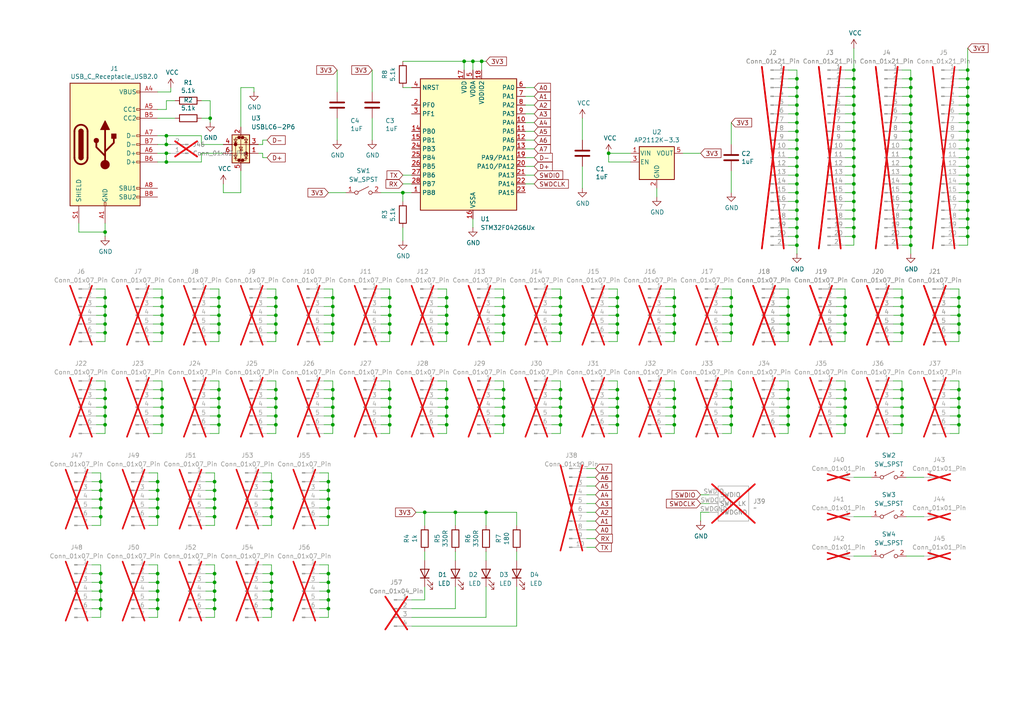
<source format=kicad_sch>
(kicad_sch (version 20231120) (generator "eeschema") (generator_version "8.0")
  (paper "A4")
  (junction (at 212.09 123.19))
  (junction (at 247.65 60.96))
  (junction (at 45.72 144.78))
  (junction (at 45.72 171.45))
  (junction (at 46.99 91.44))
  (junction (at 62.23 144.78))
  (junction (at 264.16 60.96))
  (junction (at 280.67 68.58))
  (junction (at 228.6 115.57))
  (junction (at 113.03 86.36))
  (junction (at 78.74 176.53))
  (junction (at 212.09 96.52))
  (junction (at 264.16 53.34))
  (junction (at 29.21 166.37))
  (junction (at 179.07 86.36))
  (junction (at 30.48 67.31))
  (junction (at 113.03 123.19))
  (junction (at 80.01 118.11))
  (junction (at 212.09 91.44))
  (junction (at 280.67 66.04))
  (junction (at 113.03 96.52))
  (junction (at 261.62 96.52))
  (junction (at 95.25 171.45))
  (junction (at 280.67 40.64))
  (junction (at 146.05 120.65))
  (junction (at 78.74 142.24))
  (junction (at 280.67 50.8))
  (junction (at 261.62 93.98))
  (junction (at 95.25 168.91))
  (junction (at 30.48 93.98))
  (junction (at 278.13 96.52))
  (junction (at 146.05 88.9))
  (junction (at 212.09 86.36))
  (junction (at 228.6 113.03))
  (junction (at 95.25 149.86))
  (junction (at 245.11 88.9))
  (junction (at 195.58 88.9))
  (junction (at 162.56 123.19))
  (junction (at 247.65 58.42))
  (junction (at 29.21 171.45))
  (junction (at 179.07 88.9))
  (junction (at 29.21 144.78))
  (junction (at 63.5 86.36))
  (junction (at 179.07 93.98))
  (junction (at 62.23 168.91))
  (junction (at 247.65 27.94))
  (junction (at 278.13 91.44))
  (junction (at 162.56 93.98))
  (junction (at 80.01 86.36))
  (junction (at 129.54 91.44))
  (junction (at 30.48 88.9))
  (junction (at 280.67 20.32))
  (junction (at 176.53 44.45))
  (junction (at 95.25 144.78))
  (junction (at 134.62 17.78))
  (junction (at 63.5 96.52))
  (junction (at 30.48 123.19))
  (junction (at 62.23 171.45))
  (junction (at 146.05 91.44))
  (junction (at 231.14 48.26))
  (junction (at 212.09 118.11))
  (junction (at 60.96 34.29))
  (junction (at 247.65 35.56))
  (junction (at 96.52 115.57))
  (junction (at 146.05 123.19))
  (junction (at 95.25 166.37))
  (junction (at 46.99 93.98))
  (junction (at 48.26 41.91))
  (junction (at 146.05 115.57))
  (junction (at 78.74 147.32))
  (junction (at 78.74 149.86))
  (junction (at 264.16 50.8))
  (junction (at 78.74 144.78))
  (junction (at 231.14 71.12))
  (junction (at 62.23 142.24))
  (junction (at 264.16 48.26))
  (junction (at 280.67 55.88))
  (junction (at 46.99 88.9))
  (junction (at 179.07 113.03))
  (junction (at 228.6 96.52))
  (junction (at 96.52 88.9))
  (junction (at 30.48 113.03))
  (junction (at 264.16 33.02))
  (junction (at 247.65 45.72))
  (junction (at 247.65 43.18))
  (junction (at 62.23 176.53))
  (junction (at 139.7 17.78))
  (junction (at 62.23 139.7))
  (junction (at 113.03 88.9))
  (junction (at 247.65 25.4))
  (junction (at 48.26 39.37))
  (junction (at 280.67 63.5))
  (junction (at 113.03 113.03))
  (junction (at 29.21 149.86))
  (junction (at 247.65 68.58))
  (junction (at 29.21 173.99))
  (junction (at 261.62 120.65))
  (junction (at 264.16 66.04))
  (junction (at 162.56 120.65))
  (junction (at 231.14 33.02))
  (junction (at 78.74 139.7))
  (junction (at 280.67 43.18))
  (junction (at 63.5 93.98))
  (junction (at 80.01 88.9))
  (junction (at 264.16 58.42))
  (junction (at 162.56 115.57))
  (junction (at 264.16 22.86))
  (junction (at 247.65 55.88))
  (junction (at 96.52 91.44))
  (junction (at 78.74 173.99))
  (junction (at 113.03 93.98))
  (junction (at 280.67 25.4))
  (junction (at 280.67 22.86))
  (junction (at 247.65 53.34))
  (junction (at 29.21 168.91))
  (junction (at 96.52 123.19))
  (junction (at 195.58 113.03))
  (junction (at 62.23 149.86))
  (junction (at 231.14 63.5))
  (junction (at 231.14 68.58))
  (junction (at 29.21 147.32))
  (junction (at 261.62 118.11))
  (junction (at 80.01 91.44))
  (junction (at 231.14 53.34))
  (junction (at 30.48 120.65))
  (junction (at 264.16 68.58))
  (junction (at 278.13 120.65))
  (junction (at 228.6 88.9))
  (junction (at 231.14 55.88))
  (junction (at 78.74 166.37))
  (junction (at 63.5 123.19))
  (junction (at 129.54 118.11))
  (junction (at 129.54 115.57))
  (junction (at 46.99 123.19))
  (junction (at 278.13 93.98))
  (junction (at 245.11 115.57))
  (junction (at 29.21 139.7))
  (junction (at 228.6 86.36))
  (junction (at 95.25 176.53))
  (junction (at 45.72 173.99))
  (junction (at 261.62 115.57))
  (junction (at 280.67 48.26))
  (junction (at 231.14 66.04))
  (junction (at 30.48 118.11))
  (junction (at 78.74 171.45))
  (junction (at 113.03 118.11))
  (junction (at 162.56 88.9))
  (junction (at 261.62 91.44))
  (junction (at 46.99 86.36))
  (junction (at 63.5 91.44))
  (junction (at 231.14 40.64))
  (junction (at 261.62 123.19))
  (junction (at 264.16 55.88))
  (junction (at 247.65 38.1))
  (junction (at 80.01 123.19))
  (junction (at 48.26 44.45))
  (junction (at 280.67 58.42))
  (junction (at 231.14 27.94))
  (junction (at 212.09 115.57))
  (junction (at 228.6 120.65))
  (junction (at 245.11 123.19))
  (junction (at 264.16 43.18))
  (junction (at 247.65 33.02))
  (junction (at 162.56 86.36))
  (junction (at 123.19 148.59))
  (junction (at 212.09 93.98))
  (junction (at 261.62 86.36))
  (junction (at 179.07 123.19))
  (junction (at 113.03 120.65))
  (junction (at 280.67 53.34))
  (junction (at 96.52 96.52))
  (junction (at 228.6 123.19))
  (junction (at 228.6 91.44))
  (junction (at 137.16 17.78))
  (junction (at 264.16 71.12))
  (junction (at 264.16 45.72))
  (junction (at 245.11 93.98))
  (junction (at 96.52 86.36))
  (junction (at 30.48 96.52))
  (junction (at 80.01 93.98))
  (junction (at 179.07 120.65))
  (junction (at 278.13 86.36))
  (junction (at 45.72 142.24))
  (junction (at 179.07 115.57))
  (junction (at 264.16 35.56))
  (junction (at 96.52 120.65))
  (junction (at 30.48 115.57))
  (junction (at 146.05 96.52))
  (junction (at 245.11 96.52))
  (junction (at 140.97 148.59))
  (junction (at 280.67 30.48))
  (junction (at 264.16 30.48))
  (junction (at 30.48 86.36))
  (junction (at 264.16 27.94))
  (junction (at 46.99 96.52))
  (junction (at 129.54 113.03))
  (junction (at 30.48 91.44))
  (junction (at 80.01 115.57))
  (junction (at 46.99 113.03))
  (junction (at 45.72 147.32))
  (junction (at 45.72 139.7))
  (junction (at 63.5 118.11))
  (junction (at 195.58 96.52))
  (junction (at 231.14 50.8))
  (junction (at 45.72 166.37))
  (junction (at 278.13 115.57))
  (junction (at 96.52 113.03))
  (junction (at 146.05 93.98))
  (junction (at 45.72 149.86))
  (junction (at 245.11 113.03))
  (junction (at 95.25 173.99))
  (junction (at 78.74 168.91))
  (junction (at 63.5 115.57))
  (junction (at 261.62 113.03))
  (junction (at 129.54 123.19))
  (junction (at 245.11 120.65))
  (junction (at 280.67 33.02))
  (junction (at 195.58 123.19))
  (junction (at 129.54 93.98))
  (junction (at 45.72 176.53))
  (junction (at 48.26 46.99))
  (junction (at 280.67 35.56))
  (junction (at 146.05 86.36))
  (junction (at 45.72 168.91))
  (junction (at 247.65 66.04))
  (junction (at 231.14 25.4))
  (junction (at 129.54 88.9))
  (junction (at 195.58 91.44))
  (junction (at 231.14 35.56))
  (junction (at 63.5 88.9))
  (junction (at 228.6 93.98))
  (junction (at 247.65 40.64))
  (junction (at 278.13 118.11))
  (junction (at 29.21 142.24))
  (junction (at 231.14 60.96))
  (junction (at 245.11 91.44))
  (junction (at 162.56 91.44))
  (junction (at 116.84 55.88))
  (junction (at 280.67 60.96))
  (junction (at 62.23 166.37))
  (junction (at 29.21 176.53))
  (junction (at 95.25 147.32))
  (junction (at 280.67 27.94))
  (junction (at 231.14 43.18))
  (junction (at 247.65 50.8))
  (junction (at 245.11 86.36))
  (junction (at 129.54 120.65))
  (junction (at 247.65 20.32))
  (junction (at 231.14 30.48))
  (junction (at 129.54 96.52))
  (junction (at 195.58 118.11))
  (junction (at 231.14 38.1))
  (junction (at 247.65 48.26))
  (junction (at 95.25 139.7))
  (junction (at 146.05 113.03))
  (junction (at 113.03 115.57))
  (junction (at 80.01 120.65))
  (junction (at 162.56 96.52))
  (junction (at 212.09 113.03))
  (junction (at 280.67 38.1))
  (junction (at 278.13 123.19))
  (junction (at 245.11 118.11))
  (junction (at 212.09 88.9))
  (junction (at 63.5 120.65))
  (junction (at 129.54 86.36))
  (junction (at 261.62 88.9))
  (junction (at 231.14 58.42))
  (junction (at 146.05 118.11))
  (junction (at 280.67 45.72))
  (junction (at 195.58 86.36))
  (junction (at 162.56 118.11))
  (junction (at 264.16 38.1))
  (junction (at 264.16 40.64))
  (junction (at 95.25 142.24))
  (junction (at 264.16 25.4))
  (junction (at 80.01 113.03))
  (junction (at 96.52 118.11))
  (junction (at 278.13 88.9))
  (junction (at 195.58 93.98))
  (junction (at 179.07 118.11))
  (junction (at 46.99 120.65))
  (junction (at 247.65 22.86))
  (junction (at 228.6 118.11))
  (junction (at 46.99 115.57))
  (junction (at 80.01 96.52))
  (junction (at 278.13 113.03))
  (junction (at 264.16 63.5))
  (junction (at 113.03 91.44))
  (junction (at 247.65 30.48))
  (junction (at 179.07 91.44))
  (junction (at 162.56 113.03))
  (junction (at 231.14 45.72))
  (junction (at 195.58 115.57))
  (junction (at 132.08 148.59))
  (junction (at 96.52 93.98))
  (junction (at 231.14 22.86))
  (junction (at 195.58 120.65))
  (junction (at 212.09 120.65))
  (junction (at 179.07 96.52))
  (junction (at 62.23 173.99))
  (junction (at 62.23 147.32))
  (junction (at 46.99 118.11))
  (junction (at 63.5 113.03))
  (junction (at 247.65 63.5))
  (wire (pts (xy 113.03 83.82) (xy 113.03 86.36)))
  (wire (pts (xy 261.62 118.11) (xy 261.62 120.65)))
  (wire (pts (xy 45.72 173.99) (xy 45.72 176.53)))
  (wire (pts (xy 92.71 163.83) (xy 95.25 163.83)))
  (wire (pts (xy 203.2 44.45) (xy 198.12 44.45)))
  (wire (pts (xy 95.25 179.07) (xy 92.71 179.07)))
  (wire (pts (xy 30.48 96.52) (xy 30.48 99.06)))
  (wire (pts (xy 261.62 40.64) (xy 264.16 40.64)))
  (wire (pts (xy 59.69 176.53) (xy 62.23 176.53)))
  (wire (pts (xy 123.19 170.18) (xy 123.19 173.99)))
  (wire (pts (xy 179.07 88.9) (xy 179.07 91.44)))
  (wire (pts (xy 62.23 171.45) (xy 62.23 173.99)))
  (wire (pts (xy 212.09 99.06) (xy 209.55 99.06)))
  (wire (pts (xy 76.2 163.83) (xy 78.74 163.83)))
  (wire (pts (xy 113.03 86.36) (xy 113.03 88.9)))
  (wire (pts (xy 228.6 38.1) (xy 231.14 38.1)))
  (wire (pts (xy 209.55 118.11) (xy 212.09 118.11)))
  (wire (pts (xy 275.59 113.03) (xy 278.13 113.03)))
  (wire (pts (xy 160.02 88.9) (xy 162.56 88.9)))
  (wire (pts (xy 261.62 30.48) (xy 264.16 30.48)))
  (wire (pts (xy 43.18 163.83) (xy 45.72 163.83)))
  (wire (pts (xy 80.01 125.73) (xy 77.47 125.73)))
  (wire (pts (xy 228.6 66.04) (xy 231.14 66.04)))
  (wire (pts (xy 110.49 55.88) (xy 116.84 55.88)))
  (wire (pts (xy 278.13 115.57) (xy 278.13 118.11)))
  (wire (pts (xy 93.98 86.36) (xy 96.52 86.36)))
  (wire (pts (xy 261.62 22.86) (xy 264.16 22.86)))
  (wire (pts (xy 78.74 163.83) (xy 78.74 166.37)))
  (wire (pts (xy 247.65 13.97) (xy 247.65 20.32)))
  (wire (pts (xy 245.11 115.57) (xy 245.11 118.11)))
  (wire (pts (xy 63.5 110.49) (xy 63.5 113.03)))
  (wire (pts (xy 46.99 99.06) (xy 44.45 99.06)))
  (wire (pts (xy 110.49 113.03) (xy 113.03 113.03)))
  (wire (pts (xy 152.4 53.34) (xy 154.94 53.34)))
  (wire (pts (xy 152.4 27.94) (xy 154.94 27.94)))
  (wire (pts (xy 226.06 118.11) (xy 228.6 118.11)))
  (wire (pts (xy 247.65 149.86) (xy 252.73 149.86)))
  (wire (pts (xy 146.05 96.52) (xy 146.05 99.06)))
  (wire (pts (xy 278.13 99.06) (xy 275.59 99.06)))
  (wire (pts (xy 78.74 171.45) (xy 78.74 173.99)))
  (wire (pts (xy 132.08 148.59) (xy 140.97 148.59)))
  (wire (pts (xy 29.21 179.07) (xy 26.67 179.07)))
  (wire (pts (xy 228.6 60.96) (xy 231.14 60.96)))
  (wire (pts (xy 245.11 86.36) (xy 245.11 88.9)))
  (wire (pts (xy 59.69 149.86) (xy 62.23 149.86)))
  (wire (pts (xy 113.03 110.49) (xy 113.03 113.03)))
  (wire (pts (xy 176.53 123.19) (xy 179.07 123.19)))
  (wire (pts (xy 212.09 120.65) (xy 212.09 123.19)))
  (wire (pts (xy 76.2 176.53) (xy 78.74 176.53)))
  (wire (pts (xy 179.07 120.65) (xy 179.07 123.19)))
  (wire (pts (xy 63.5 83.82) (xy 63.5 86.36)))
  (wire (pts (xy 26.67 149.86) (xy 29.21 149.86)))
  (wire (pts (xy 62.23 179.07) (xy 59.69 179.07)))
  (wire (pts (xy 27.94 91.44) (xy 30.48 91.44)))
  (wire (pts (xy 193.04 110.49) (xy 195.58 110.49)))
  (wire (pts (xy 60.96 88.9) (xy 63.5 88.9)))
  (wire (pts (xy 228.6 83.82) (xy 228.6 86.36)))
  (wire (pts (xy 179.07 123.19) (xy 179.07 125.73)))
  (wire (pts (xy 110.49 123.19) (xy 113.03 123.19)))
  (wire (pts (xy 278.13 33.02) (xy 280.67 33.02)))
  (wire (pts (xy 212.09 110.49) (xy 212.09 113.03)))
  (wire (pts (xy 76.2 166.37) (xy 78.74 166.37)))
  (wire (pts (xy 29.21 144.78) (xy 29.21 147.32)))
  (wire (pts (xy 29.21 173.99) (xy 29.21 176.53)))
  (wire (pts (xy 152.4 35.56) (xy 154.94 35.56)))
  (wire (pts (xy 245.11 125.73) (xy 242.57 125.73)))
  (wire (pts (xy 46.99 86.36) (xy 46.99 88.9)))
  (wire (pts (xy 275.59 120.65) (xy 278.13 120.65)))
  (wire (pts (xy 127 113.03) (xy 129.54 113.03)))
  (wire (pts (xy 228.6 91.44) (xy 228.6 93.98)))
  (wire (pts (xy 80.01 88.9) (xy 80.01 91.44)))
  (wire (pts (xy 129.54 93.98) (xy 129.54 96.52)))
  (wire (pts (xy 179.07 115.57) (xy 179.07 118.11)))
  (wire (pts (xy 127 120.65) (xy 129.54 120.65)))
  (wire (pts (xy 44.45 91.44) (xy 46.99 91.44)))
  (wire (pts (xy 195.58 110.49) (xy 195.58 113.03)))
  (wire (pts (xy 278.13 68.58) (xy 280.67 68.58)))
  (wire (pts (xy 46.99 123.19) (xy 46.99 125.73)))
  (wire (pts (xy 226.06 115.57) (xy 228.6 115.57)))
  (wire (pts (xy 95.25 176.53) (xy 95.25 179.07)))
  (wire (pts (xy 59.69 137.16) (xy 62.23 137.16)))
  (wire (pts (xy 247.65 33.02) (xy 247.65 35.56)))
  (wire (pts (xy 179.07 96.52) (xy 179.07 99.06)))
  (wire (pts (xy 212.09 123.19) (xy 212.09 125.73)))
  (wire (pts (xy 228.6 58.42) (xy 231.14 58.42)))
  (wire (pts (xy 77.47 123.19) (xy 80.01 123.19)))
  (wire (pts (xy 209.55 123.19) (xy 212.09 123.19)))
  (wire (pts (xy 226.06 88.9) (xy 228.6 88.9)))
  (wire (pts (xy 209.55 93.98) (xy 212.09 93.98)))
  (wire (pts (xy 261.62 96.52) (xy 261.62 99.06)))
  (wire (pts (xy 275.59 86.36) (xy 278.13 86.36)))
  (wire (pts (xy 143.51 88.9) (xy 146.05 88.9)))
  (wire (pts (xy 95.25 152.4) (xy 92.71 152.4)))
  (wire (pts (xy 264.16 55.88) (xy 264.16 58.42)))
  (wire (pts (xy 195.58 88.9) (xy 195.58 91.44)))
  (wire (pts (xy 30.48 86.36) (xy 30.48 88.9)))
  (wire (pts (xy 45.72 144.78) (xy 45.72 147.32)))
  (wire (pts (xy 261.62 63.5) (xy 264.16 63.5)))
  (wire (pts (xy 179.07 125.73) (xy 176.53 125.73)))
  (wire (pts (xy 92.71 142.24) (xy 95.25 142.24)))
  (wire (pts (xy 95.25 142.24) (xy 95.25 144.78)))
  (wire (pts (xy 275.59 93.98) (xy 278.13 93.98)))
  (wire (pts (xy 139.7 17.78) (xy 137.16 17.78)))
  (wire (pts (xy 95.25 137.16) (xy 95.25 139.7)))
  (wire (pts (xy 30.48 125.73) (xy 27.94 125.73)))
  (wire (pts (xy 146.05 115.57) (xy 146.05 118.11)))
  (wire (pts (xy 226.06 123.19) (xy 228.6 123.19)))
  (wire (pts (xy 59.69 166.37) (xy 62.23 166.37)))
  (wire (pts (xy 152.4 38.1) (xy 154.94 38.1)))
  (wire (pts (xy 46.99 120.65) (xy 46.99 123.19)))
  (wire (pts (xy 228.6 43.18) (xy 231.14 43.18)))
  (wire (pts (xy 62.23 149.86) (xy 62.23 152.4)))
  (wire (pts (xy 280.67 20.32) (xy 280.67 22.86)))
  (wire (pts (xy 242.57 96.52) (xy 245.11 96.52)))
  (wire (pts (xy 59.69 144.78) (xy 62.23 144.78)))
  (wire (pts (xy 80.01 96.52) (xy 80.01 99.06)))
  (wire (pts (xy 46.99 96.52) (xy 46.99 99.06)))
  (wire (pts (xy 160.02 115.57) (xy 162.56 115.57)))
  (wire (pts (xy 127 91.44) (xy 129.54 91.44)))
  (wire (pts (xy 231.14 30.48) (xy 231.14 27.94)))
  (wire (pts (xy 226.06 113.03) (xy 228.6 113.03)))
  (wire (pts (xy 77.47 93.98) (xy 80.01 93.98)))
  (wire (pts (xy 231.14 40.64) (xy 231.14 43.18)))
  (wire (pts (xy 262.89 161.29) (xy 267.97 161.29)))
  (wire (pts (xy 63.5 88.9) (xy 63.5 91.44)))
  (wire (pts (xy 228.6 30.48) (xy 231.14 30.48)))
  (wire (pts (xy 247.65 138.43) (xy 252.73 138.43)))
  (wire (pts (xy 231.14 58.42) (xy 231.14 60.96)))
  (wire (pts (xy 59.69 139.7) (xy 62.23 139.7)))
  (wire (pts (xy 62.23 142.24) (xy 62.23 144.78)))
  (wire (pts (xy 92.71 149.86) (xy 95.25 149.86)))
  (wire (pts (xy 116.84 66.04) (xy 116.84 69.85)))
  (wire (pts (xy 280.67 60.96) (xy 280.67 63.5)))
  (wire (pts (xy 231.14 53.34) (xy 231.14 55.88)))
  (wire (pts (xy 30.48 67.31) (xy 22.86 67.31)))
  (wire (pts (xy 48.26 39.37) (xy 58.42 39.37)))
  (wire (pts (xy 247.65 27.94) (xy 247.65 30.48)))
  (wire (pts (xy 77.47 110.49) (xy 80.01 110.49)))
  (wire (pts (xy 278.13 88.9) (xy 278.13 91.44)))
  (wire (pts (xy 143.51 118.11) (xy 146.05 118.11)))
  (wire (pts (xy 264.16 66.04) (xy 264.16 68.58)))
  (wire (pts (xy 46.99 91.44) (xy 46.99 93.98)))
  (wire (pts (xy 231.14 68.58) (xy 231.14 71.12)))
  (wire (pts (xy 179.07 113.03) (xy 179.07 115.57)))
  (wire (pts (xy 78.74 152.4) (xy 76.2 152.4)))
  (wire (pts (xy 247.65 45.72) (xy 247.65 48.26)))
  (wire (pts (xy 212.09 93.98) (xy 212.09 96.52)))
  (wire (pts (xy 27.94 118.11) (xy 30.48 118.11)))
  (wire (pts (xy 30.48 67.31) (xy 30.48 68.58)))
  (wire (pts (xy 26.67 137.16) (xy 29.21 137.16)))
  (wire (pts (xy 78.74 166.37) (xy 78.74 168.91)))
  (wire (pts (xy 116.84 55.88) (xy 116.84 58.42)))
  (wire (pts (xy 30.48 64.77) (xy 30.48 67.31)))
  (wire (pts (xy 43.18 144.78) (xy 45.72 144.78)))
  (wire (pts (xy 63.5 99.06) (xy 60.96 99.06)))
  (wire (pts (xy 62.23 139.7) (xy 62.23 142.24)))
  (wire (pts (xy 127 88.9) (xy 129.54 88.9)))
  (wire (pts (xy 29.21 168.91) (xy 29.21 171.45)))
  (wire (pts (xy 93.98 113.03) (xy 96.52 113.03)))
  (wire (pts (xy 275.59 91.44) (xy 278.13 91.44)))
  (wire (pts (xy 113.03 115.57) (xy 113.03 118.11)))
  (wire (pts (xy 48.26 29.21) (xy 50.8 29.21)))
  (wire (pts (xy 261.62 53.34) (xy 264.16 53.34)))
  (wire (pts (xy 146.05 91.44) (xy 146.05 93.98)))
  (wire (pts (xy 93.98 88.9) (xy 96.52 88.9)))
  (wire (pts (xy 80.01 110.49) (xy 80.01 113.03)))
  (wire (pts (xy 176.53 118.11) (xy 179.07 118.11)))
  (wire (pts (xy 62.23 144.78) (xy 62.23 147.32)))
  (wire (pts (xy 280.67 22.86) (xy 280.67 25.4)))
  (wire (pts (xy 143.51 123.19) (xy 146.05 123.19)))
  (wire (pts (xy 162.56 125.73) (xy 160.02 125.73)))
  (wire (pts (xy 278.13 118.11) (xy 278.13 120.65)))
  (wire (pts (xy 245.11 91.44) (xy 245.11 93.98)))
  (wire (pts (xy 107.95 20.32) (xy 107.95 26.67)))
  (wire (pts (xy 43.18 173.99) (xy 45.72 173.99)))
  (wire (pts (xy 228.6 53.34) (xy 231.14 53.34)))
  (wire (pts (xy 280.67 66.04) (xy 280.67 68.58)))
  (wire (pts (xy 30.48 93.98) (xy 30.48 96.52)))
  (wire (pts (xy 149.86 170.18) (xy 149.86 181.61)))
  (wire (pts (xy 78.74 142.24) (xy 78.74 144.78)))
  (wire (pts (xy 247.65 35.56) (xy 247.65 38.1)))
  (wire (pts (xy 60.96 34.29) (xy 60.96 35.56)))
  (wire (pts (xy 113.03 113.03) (xy 113.03 115.57)))
  (wire (pts (xy 160.02 123.19) (xy 162.56 123.19)))
  (wire (pts (xy 27.94 120.65) (xy 30.48 120.65)))
  (wire (pts (xy 247.65 55.88) (xy 247.65 58.42)))
  (wire (pts (xy 45.72 176.53) (xy 45.72 179.07)))
  (wire (pts (xy 127 93.98) (xy 129.54 93.98)))
  (wire (pts (xy 45.72 179.07) (xy 43.18 179.07)))
  (wire (pts (xy 27.94 86.36) (xy 30.48 86.36)))
  (wire (pts (xy 76.2 44.45) (xy 74.93 44.45)))
  (wire (pts (xy 160.02 96.52) (xy 162.56 96.52)))
  (wire (pts (xy 29.21 142.24) (xy 29.21 144.78)))
  (wire (pts (xy 261.62 110.49) (xy 261.62 113.03)))
  (wire (pts (xy 245.11 110.49) (xy 245.11 113.03)))
  (wire (pts (xy 212.09 83.82) (xy 212.09 86.36)))
  (wire (pts (xy 245.11 33.02) (xy 247.65 33.02)))
  (wire (pts (xy 129.54 125.73) (xy 127 125.73)))
  (wire (pts (xy 95.25 173.99) (xy 95.25 176.53)))
  (wire (pts (xy 231.14 71.12) (xy 231.14 73.66)))
  (wire (pts (xy 193.04 83.82) (xy 195.58 83.82)))
  (wire (pts (xy 168.91 48.26) (xy 168.91 54.61)))
  (wire (pts (xy 45.72 168.91) (xy 45.72 171.45)))
  (wire (pts (xy 62.23 173.99) (xy 62.23 176.53)))
  (wire (pts (xy 27.94 113.03) (xy 30.48 113.03)))
  (wire (pts (xy 212.09 115.57) (xy 212.09 118.11)))
  (wire (pts (xy 48.26 39.37) (xy 48.26 41.91)))
  (wire (pts (xy 62.23 176.53) (xy 62.23 179.07)))
  (wire (pts (xy 231.14 27.94) (xy 231.14 25.4)))
  (wire (pts (xy 264.16 71.12) (xy 264.16 73.66)))
  (wire (pts (xy 228.6 68.58) (xy 231.14 68.58)))
  (wire (pts (xy 60.96 29.21) (xy 58.42 29.21)))
  (wire (pts (xy 29.21 147.32) (xy 29.21 149.86)))
  (wire (pts (xy 30.48 88.9) (xy 30.48 91.44)))
  (wire (pts (xy 146.05 110.49) (xy 146.05 113.03)))
  (wire (pts (xy 62.23 168.91) (xy 62.23 171.45)))
  (wire (pts (xy 113.03 88.9) (xy 113.03 91.44)))
  (wire (pts (xy 45.72 39.37) (xy 48.26 39.37)))
  (wire (pts (xy 123.19 173.99) (xy 119.38 173.99)))
  (wire (pts (xy 60.96 93.98) (xy 63.5 93.98)))
  (wire (pts (xy 247.65 48.26) (xy 247.65 50.8)))
  (wire (pts (xy 170.18 146.05) (xy 172.72 146.05)))
  (wire (pts (xy 113.03 118.11) (xy 113.03 120.65)))
  (wire (pts (xy 278.13 113.03) (xy 278.13 115.57)))
  (wire (pts (xy 170.18 153.67) (xy 172.72 153.67)))
  (wire (pts (xy 27.94 110.49) (xy 30.48 110.49)))
  (wire (pts (xy 193.04 123.19) (xy 195.58 123.19)))
  (wire (pts (xy 264.16 25.4) (xy 264.16 27.94)))
  (wire (pts (xy 278.13 83.82) (xy 278.13 86.36)))
  (wire (pts (xy 63.5 123.19) (xy 63.5 125.73)))
  (wire (pts (xy 127 115.57) (xy 129.54 115.57)))
  (wire (pts (xy 212.09 35.56) (xy 212.09 41.91)))
  (wire (pts (xy 76.2 147.32) (xy 78.74 147.32)))
  (wire (pts (xy 245.11 88.9) (xy 245.11 91.44)))
  (wire (pts (xy 264.16 48.26) (xy 264.16 50.8)))
  (wire (pts (xy 278.13 25.4) (xy 280.67 25.4)))
  (wire (pts (xy 261.62 60.96) (xy 264.16 60.96)))
  (wire (pts (xy 176.53 83.82) (xy 179.07 83.82)))
  (wire (pts (xy 140.97 148.59) (xy 149.86 148.59)))
  (wire (pts (xy 58.42 34.29) (xy 60.96 34.29)))
  (wire (pts (xy 226.06 91.44) (xy 228.6 91.44)))
  (wire (pts (xy 195.58 118.11) (xy 195.58 120.65)))
  (wire (pts (xy 275.59 110.49) (xy 278.13 110.49)))
  (wire (pts (xy 245.11 45.72) (xy 247.65 45.72)))
  (wire (pts (xy 146.05 118.11) (xy 146.05 120.65)))
  (wire (pts (xy 58.42 46.99) (xy 58.42 44.45)))
  (wire (pts (xy 261.62 48.26) (xy 264.16 48.26)))
  (wire (pts (xy 140.97 170.18) (xy 140.97 179.07)))
  (wire (pts (xy 262.89 149.86) (xy 267.97 149.86)))
  (wire (pts (xy 176.53 44.45) (xy 182.88 44.45)))
  (wire (pts (xy 176.53 113.03) (xy 179.07 113.03)))
  (wire (pts (xy 278.13 91.44) (xy 278.13 93.98)))
  (wire (pts (xy 107.95 34.29) (xy 107.95 40.64)))
  (wire (pts (xy 280.67 30.48) (xy 280.67 33.02)))
  (wire (pts (xy 242.57 115.57) (xy 245.11 115.57)))
  (wire (pts (xy 63.5 91.44) (xy 63.5 93.98)))
  (wire (pts (xy 77.47 86.36) (xy 80.01 86.36)))
  (wire (pts (xy 275.59 88.9) (xy 278.13 88.9)))
  (wire (pts (xy 80.01 115.57) (xy 80.01 118.11)))
  (wire (pts (xy 195.58 91.44) (xy 195.58 93.98)))
  (wire (pts (xy 123.19 148.59) (xy 123.19 152.4)))
  (wire (pts (xy 193.04 120.65) (xy 195.58 120.65)))
  (wire (pts (xy 228.6 88.9) (xy 228.6 91.44)))
  (wire (pts (xy 280.67 13.97) (xy 280.67 20.32)))
  (wire (pts (xy 60.96 120.65) (xy 63.5 120.65)))
  (wire (pts (xy 26.67 163.83) (xy 29.21 163.83)))
  (wire (pts (xy 110.49 93.98) (xy 113.03 93.98)))
  (wire (pts (xy 45.72 41.91) (xy 48.26 41.91)))
  (wire (pts (xy 77.47 115.57) (xy 80.01 115.57)))
  (wire (pts (xy 275.59 118.11) (xy 278.13 118.11)))
  (wire (pts (xy 162.56 113.03) (xy 162.56 115.57)))
  (wire (pts (xy 60.96 123.19) (xy 63.5 123.19)))
  (wire (pts (xy 30.48 118.11) (xy 30.48 120.65)))
  (wire (pts (xy 247.65 71.12) (xy 245.11 71.12)))
  (wire (pts (xy 245.11 68.58) (xy 247.65 68.58)))
  (wire (pts (xy 242.57 118.11) (xy 245.11 118.11)))
  (wire (pts (xy 93.98 96.52) (xy 96.52 96.52)))
  (wire (pts (xy 176.53 110.49) (xy 179.07 110.49)))
  (wire (pts (xy 22.86 67.31) (xy 22.86 64.77)))
  (wire (pts (xy 60.96 91.44) (xy 63.5 91.44)))
  (wire (pts (xy 92.71 139.7) (xy 95.25 139.7)))
  (wire (pts (xy 92.71 168.91) (xy 95.25 168.91)))
  (wire (pts (xy 78.74 139.7) (xy 78.74 142.24)))
  (wire (pts (xy 280.67 68.58) (xy 280.67 71.12)))
  (wire (pts (xy 228.6 120.65) (xy 228.6 123.19)))
  (wire (pts (xy 212.09 113.03) (xy 212.09 115.57)))
  (wire (pts (xy 26.67 168.91) (xy 29.21 168.91)))
  (wire (pts (xy 228.6 93.98) (xy 228.6 96.52)))
  (wire (pts (xy 44.45 115.57) (xy 46.99 115.57)))
  (wire (pts (xy 278.13 66.04) (xy 280.67 66.04)))
  (wire (pts (xy 46.99 110.49) (xy 46.99 113.03)))
  (wire (pts (xy 92.71 144.78) (xy 95.25 144.78)))
  (wire (pts (xy 96.52 123.19) (xy 96.52 125.73)))
  (wire (pts (xy 209.55 113.03) (xy 212.09 113.03)))
  (wire (pts (xy 95.25 166.37) (xy 95.25 168.91)))
  (wire (pts (xy 231.14 38.1) (xy 231.14 40.64)))
  (wire (pts (xy 179.07 91.44) (xy 179.07 93.98)))
  (wire (pts (xy 30.48 120.65) (xy 30.48 123.19)))
  (wire (pts (xy 43.18 139.7) (xy 45.72 139.7)))
  (wire (pts (xy 48.26 44.45) (xy 48.26 46.99)))
  (wire (pts (xy 92.71 173.99) (xy 95.25 173.99)))
  (wire (pts (xy 92.71 147.32) (xy 95.25 147.32)))
  (wire (pts (xy 228.6 118.11) (xy 228.6 120.65)))
  (wire (pts (xy 245.11 120.65) (xy 245.11 123.19)))
  (wire (pts (xy 134.62 17.78) (xy 134.62 20.32)))
  (wire (pts (xy 228.6 123.19) (xy 228.6 125.73)))
  (wire (pts (xy 44.45 113.03) (xy 46.99 113.03)))
  (wire (pts (xy 44.45 83.82) (xy 46.99 83.82)))
  (wire (pts (xy 264.16 63.5) (xy 264.16 66.04)))
  (wire (pts (xy 30.48 99.06) (xy 27.94 99.06)))
  (wire (pts (xy 280.67 25.4) (xy 280.67 27.94)))
  (wire (pts (xy 245.11 93.98) (xy 245.11 96.52)))
  (wire (pts (xy 195.58 113.03) (xy 195.58 115.57)))
  (wire (pts (xy 44.45 120.65) (xy 46.99 120.65)))
  (wire (pts (xy 212.09 96.52) (xy 212.09 99.06)))
  (wire (pts (xy 30.48 83.82) (xy 30.48 86.36)))
  (wire (pts (xy 231.14 45.72) (xy 231.14 48.26)))
  (wire (pts (xy 80.01 93.98) (xy 80.01 96.52)))
  (wire (pts (xy 259.08 120.65) (xy 261.62 120.65)))
  (wire (pts (xy 59.69 142.24) (xy 62.23 142.24)))
  (wire (pts (xy 245.11 35.56) (xy 247.65 35.56)))
  (wire (pts (xy 69.85 25.4) (xy 69.85 36.83)))
  (wire (pts (xy 278.13 125.73) (xy 275.59 125.73)))
  (wire (pts (xy 280.67 35.56) (xy 280.67 38.1)))
  (wire (pts (xy 245.11 22.86) (xy 247.65 22.86)))
  (wire (pts (xy 123.19 160.02) (xy 123.19 162.56)))
  (wire (pts (xy 146.05 120.65) (xy 146.05 123.19)))
  (wire (pts (xy 162.56 83.82) (xy 162.56 86.36)))
  (wire (pts (xy 129.54 91.44) (xy 129.54 93.98)))
  (wire (pts (xy 44.45 96.52) (xy 46.99 96.52)))
  (wire (pts (xy 129.54 110.49) (xy 129.54 113.03)))
  (wire (pts (xy 26.67 139.7) (xy 29.21 139.7)))
  (wire (pts (xy 278.13 45.72) (xy 280.67 45.72)))
  (wire (pts (xy 127 83.82) (xy 129.54 83.82)))
  (wire (pts (xy 30.48 91.44) (xy 30.48 93.98)))
  (wire (pts (xy 92.71 166.37) (xy 95.25 166.37)))
  (wire (pts (xy 264.16 58.42) (xy 264.16 60.96)))
  (wire (pts (xy 43.18 168.91) (xy 45.72 168.91)))
  (wire (pts (xy 242.57 86.36) (xy 245.11 86.36)))
  (wire (pts (xy 63.5 86.36) (xy 63.5 88.9)))
  (wire (pts (xy 212.09 91.44) (xy 212.09 93.98)))
  (wire (pts (xy 264.16 68.58) (xy 264.16 71.12)))
  (wire (pts (xy 44.45 93.98) (xy 46.99 93.98)))
  (wire (pts (xy 30.48 110.49) (xy 30.48 113.03)))
  (wire (pts (xy 26.67 176.53) (xy 29.21 176.53)))
  (wire (pts (xy 280.67 71.12) (xy 278.13 71.12)))
  (wire (pts (xy 152.4 25.4) (xy 154.94 25.4)))
  (wire (pts (xy 228.6 25.4) (xy 231.14 25.4)))
  (wire (pts (xy 242.57 91.44) (xy 245.11 91.44)))
  (wire (pts (xy 231.14 55.88) (xy 231.14 58.42)))
  (wire (pts (xy 278.13 38.1) (xy 280.67 38.1)))
  (wire (pts (xy 143.51 93.98) (xy 146.05 93.98)))
  (wire (pts (xy 137.16 17.78) (xy 137.16 20.32)))
  (wire (pts (xy 64.77 55.88) (xy 69.85 55.88)))
  (wire (pts (xy 45.72 31.75) (xy 48.26 31.75)))
  (wire (pts (xy 231.14 33.02) (xy 231.14 35.56)))
  (wire (pts (xy 110.49 86.36) (xy 113.03 86.36)))
  (wire (pts (xy 195.58 83.82) (xy 195.58 86.36)))
  (wire (pts (xy 261.62 88.9) (xy 261.62 91.44)))
  (wire (pts (xy 264.16 30.48) (xy 264.16 33.02)))
  (wire (pts (xy 146.05 113.03) (xy 146.05 115.57)))
  (wire (pts (xy 46.99 93.98) (xy 46.99 96.52)))
  (wire (pts (xy 152.4 45.72) (xy 154.94 45.72)))
  (wire (pts (xy 45.72 139.7) (xy 45.72 142.24)))
  (wire (pts (xy 228.6 99.06) (xy 226.06 99.06)))
  (wire (pts (xy 278.13 123.19) (xy 278.13 125.73)))
  (wire (pts (xy 162.56 88.9) (xy 162.56 91.44)))
  (wire (pts (xy 110.49 115.57) (xy 113.03 115.57)))
  (wire (pts (xy 46.99 113.03) (xy 46.99 115.57)))
  (wire (pts (xy 160.02 118.11) (xy 162.56 118.11)))
  (wire (pts (xy 195.58 93.98) (xy 195.58 96.52)))
  (wire (pts (xy 146.05 123.19) (xy 146.05 125.73)))
  (wire (pts (xy 127 86.36) (xy 129.54 86.36)))
  (wire (pts (xy 280.67 50.8) (xy 280.67 53.34)))
  (wire (pts (xy 209.55 120.65) (xy 212.09 120.65)))
  (wire (pts (xy 176.53 115.57) (xy 179.07 115.57)))
  (wire (pts (xy 46.99 115.57) (xy 46.99 118.11)))
  (wire (pts (xy 278.13 35.56) (xy 280.67 35.56)))
  (wire (pts (xy 96.52 125.73) (xy 93.98 125.73)))
  (wire (pts (xy 96.52 93.98) (xy 96.52 96.52)))
  (wire (pts (xy 195.58 120.65) (xy 195.58 123.19)))
  (wire (pts (xy 261.62 86.36) (xy 261.62 88.9)))
  (wire (pts (xy 116.84 50.8) (xy 119.38 50.8)))
  (wire (pts (xy 278.13 27.94) (xy 280.67 27.94)))
  (wire (pts (xy 209.55 88.9) (xy 212.09 88.9)))
  (wire (pts (xy 110.49 88.9) (xy 113.03 88.9)))
  (wire (pts (xy 59.69 163.83) (xy 62.23 163.83)))
  (wire (pts (xy 212.09 86.36) (xy 212.09 88.9)))
  (wire (pts (xy 195.58 96.52) (xy 195.58 99.06)))
  (wire (pts (xy 27.94 93.98) (xy 30.48 93.98)))
  (wire (pts (xy 278.13 50.8) (xy 280.67 50.8)))
  (wire (pts (xy 146.05 86.36) (xy 146.05 88.9)))
  (wire (pts (xy 280.67 63.5) (xy 280.67 66.04)))
  (wire (pts (xy 261.62 38.1) (xy 264.16 38.1)))
  (wire (pts (xy 242.57 93.98) (xy 245.11 93.98)))
  (wire (pts (xy 160.02 93.98) (xy 162.56 93.98)))
  (wire (pts (xy 275.59 115.57) (xy 278.13 115.57)))
  (wire (pts (xy 96.52 96.52) (xy 96.52 99.06)))
  (wire (pts (xy 45.72 171.45) (xy 45.72 173.99)))
  (wire (pts (xy 170.18 140.97) (xy 172.72 140.97)))
  (wire (pts (xy 162.56 93.98) (xy 162.56 96.52)))
  (wire (pts (xy 245.11 38.1) (xy 247.65 38.1)))
  (wire (pts (xy 63.5 115.57) (xy 63.5 118.11)))
  (wire (pts (xy 76.2 144.78) (xy 78.74 144.78)))
  (wire (pts (xy 247.65 161.29) (xy 252.73 161.29)))
  (wire (pts (xy 95.25 168.91) (xy 95.25 171.45)))
  (wire (pts (xy 80.01 99.06) (xy 77.47 99.06)))
  (wire (pts (xy 179.07 83.82) (xy 179.07 86.36)))
  (wire (pts (xy 143.51 86.36) (xy 146.05 86.36)))
  (wire (pts (xy 97.79 20.32) (xy 97.79 26.67)))
  (wire (pts (xy 63.5 96.52) (xy 63.5 99.06)))
  (wire (pts (xy 43.18 176.53) (xy 45.72 176.53)))
  (wire (pts (xy 60.96 86.36) (xy 63.5 86.36)))
  (wire (pts (xy 259.08 113.03) (xy 261.62 113.03)))
  (wire (pts (xy 96.52 120.65) (xy 96.52 123.19)))
  (wire (pts (xy 45.72 137.16) (xy 45.72 139.7)))
  (wire (pts (xy 62.23 152.4) (xy 59.69 152.4)))
  (wire (pts (xy 247.65 50.8) (xy 247.65 53.34)))
  (wire (pts (xy 26.67 173.99) (xy 29.21 173.99)))
  (wire (pts (xy 60.96 83.82) (xy 63.5 83.82)))
  (wire (pts (xy 231.14 50.8) (xy 231.14 53.34)))
  (wire (pts (xy 152.4 33.02) (xy 154.94 33.02)))
  (wire (pts (xy 77.47 83.82) (xy 80.01 83.82)))
  (wire (pts (xy 226.06 86.36) (xy 228.6 86.36)))
  (wire (pts (xy 245.11 63.5) (xy 247.65 63.5)))
  (wire (pts (xy 226.06 83.82) (xy 228.6 83.82)))
  (wire (pts (xy 259.08 96.52) (xy 261.62 96.52)))
  (wire (pts (xy 43.18 137.16) (xy 45.72 137.16)))
  (wire (pts (xy 143.51 115.57) (xy 146.05 115.57)))
  (wire (pts (xy 193.04 118.11) (xy 195.58 118.11)))
  (wire (pts (xy 228.6 96.52) (xy 228.6 99.06)))
  (wire (pts (xy 113.03 123.19) (xy 113.03 125.73)))
  (wire (pts (xy 73.66 26.67) (xy 73.66 25.4)))
  (wire (pts (xy 162.56 115.57) (xy 162.56 118.11)))
  (wire (pts (xy 137.16 17.78) (xy 134.62 17.78)))
  (wire (pts (xy 162.56 99.06) (xy 160.02 99.06)))
  (wire (pts (xy 27.94 115.57) (xy 30.48 115.57)))
  (wire (pts (xy 78.74 173.99) (xy 78.74 176.53)))
  (wire (pts (xy 80.01 91.44) (xy 80.01 93.98)))
  (wire (pts (xy 264.16 40.64) (xy 264.16 43.18)))
  (wire (pts (xy 58.42 44.45) (xy 64.77 44.45)))
  (wire (pts (xy 226.06 120.65) (xy 228.6 120.65)))
  (wire (pts (xy 140.97 148.59) (xy 140.97 152.4)))
  (wire (pts (xy 152.4 43.18) (xy 154.94 43.18)))
  (wire (pts (xy 146.05 93.98) (xy 146.05 96.52)))
  (wire (pts (xy 96.52 118.11) (xy 96.52 120.65)))
  (wire (pts (xy 245.11 50.8) (xy 247.65 50.8)))
  (wire (pts (xy 176.53 120.65) (xy 179.07 120.65)))
  (wire (pts (xy 62.23 147.32) (xy 62.23 149.86)))
  (wire (pts (xy 259.08 115.57) (xy 261.62 115.57)))
  (wire (pts (xy 245.11 83.82) (xy 245.11 86.36)))
  (wire (pts (xy 152.4 30.48) (xy 154.94 30.48)))
  (wire (pts (xy 27.94 96.52) (xy 30.48 96.52)))
  (wire (pts (xy 140.97 160.02) (xy 140.97 162.56)))
  (wire (pts (xy 264.16 50.8) (xy 264.16 53.34)))
  (wire (pts (xy 278.13 43.18) (xy 280.67 43.18)))
  (wire (pts (xy 278.13 63.5) (xy 280.67 63.5)))
  (wire (pts (xy 96.52 91.44) (xy 96.52 93.98)))
  (wire (pts (xy 132.08 176.53) (xy 119.38 176.53)))
  (wire (pts (xy 245.11 20.32) (xy 247.65 20.32)))
  (wire (pts (xy 261.62 33.02) (xy 264.16 33.02)))
  (wire (pts (xy 278.13 22.86) (xy 280.67 22.86)))
  (wire (pts (xy 160.02 83.82) (xy 162.56 83.82)))
  (wire (pts (xy 212.09 118.11) (xy 212.09 120.65)))
  (wire (pts (xy 152.4 50.8) (xy 154.94 50.8)))
  (wire (pts (xy 43.18 142.24) (xy 45.72 142.24)))
  (wire (pts (xy 209.55 86.36) (xy 212.09 86.36)))
  (wire (pts (xy 77.47 118.11) (xy 80.01 118.11)))
  (wire (pts (xy 160.02 120.65) (xy 162.56 120.65)))
  (wire (pts (xy 26.67 166.37) (xy 29.21 166.37)))
  (wire (pts (xy 93.98 110.49) (xy 96.52 110.49)))
  (wire (pts (xy 143.51 113.03) (xy 146.05 113.03)))
  (wire (pts (xy 278.13 40.64) (xy 280.67 40.64)))
  (wire (pts (xy 261.62 83.82) (xy 261.62 86.36)))
  (wire (pts (xy 44.45 118.11) (xy 46.99 118.11)))
  (wire (pts (xy 92.71 171.45) (xy 95.25 171.45)))
  (wire (pts (xy 190.5 57.15) (xy 190.5 54.61)))
  (wire (pts (xy 247.65 38.1) (xy 247.65 40.64)))
  (wire (pts (xy 29.21 171.45) (xy 29.21 173.99)))
  (wire (pts (xy 149.86 160.02) (xy 149.86 162.56)))
  (wire (pts (xy 245.11 118.11) (xy 245.11 120.65)))
  (wire (pts (xy 280.67 33.02) (xy 280.67 35.56)))
  (wire (pts (xy 143.51 91.44) (xy 146.05 91.44)))
  (wire (pts (xy 278.13 53.34) (xy 280.67 53.34)))
  (wire (pts (xy 48.26 41.91) (xy 49.53 41.91)))
  (wire (pts (xy 43.18 166.37) (xy 45.72 166.37)))
  (wire (pts (xy 76.2 171.45) (xy 78.74 171.45)))
  (wire (pts (xy 93.98 93.98) (xy 96.52 93.98)))
  (wire (pts (xy 242.57 110.49) (xy 245.11 110.49)))
  (wire (pts (xy 275.59 83.82) (xy 278.13 83.82)))
  (wire (pts (xy 92.71 137.16) (xy 95.25 137.16)))
  (wire (pts (xy 176.53 96.52) (xy 179.07 96.52)))
  (wire (pts (xy 26.67 142.24) (xy 29.21 142.24)))
  (wire (pts (xy 205.74 148.59) (xy 203.2 148.59)))
  (wire (pts (xy 45.72 149.86) (xy 45.72 152.4)))
  (wire (pts (xy 261.62 66.04) (xy 264.16 66.04)))
  (wire (pts (xy 110.49 83.82) (xy 113.03 83.82)))
  (wire (pts (xy 179.07 118.11) (xy 179.07 120.65)))
  (wire (pts (xy 228.6 125.73) (xy 226.06 125.73)))
  (wire (pts (xy 280.67 48.26) (xy 280.67 50.8)))
  (wire (pts (xy 242.57 88.9) (xy 245.11 88.9)))
  (wire (pts (xy 113.03 99.06) (xy 110.49 99.06)))
  (wire (pts (xy 76.2 142.24) (xy 78.74 142.24)))
  (wire (pts (xy 209.55 115.57) (xy 212.09 115.57)))
  (wire (pts (xy 132.08 170.18) (xy 132.08 176.53)))
  (wire (pts (xy 62.23 137.16) (xy 62.23 139.7)))
  (wire (pts (xy 264.16 22.86) (xy 264.16 25.4)))
  (wire (pts (xy 261.62 120.65) (xy 261.62 123.19)))
  (wire (pts (xy 195.58 115.57) (xy 195.58 118.11)))
  (wire (pts (xy 259.08 93.98) (xy 261.62 93.98)))
  (wire (pts (xy 64.77 53.34) (xy 64.77 55.88)))
  (wire (pts (xy 29.21 166.37) (xy 29.21 168.91)))
  (wire (pts (xy 95.25 147.32) (xy 95.25 149.86)))
  (wire (pts (xy 264.16 71.12) (xy 261.62 71.12)))
  (wire (pts (xy 44.45 86.36) (xy 46.99 86.36)))
  (wire (pts (xy 162.56 118.11) (xy 162.56 120.65)))
  (wire (pts (xy 170.18 158.75) (xy 172.72 158.75)))
  (wire (pts (xy 176.53 88.9) (xy 179.07 88.9)))
  (wire (pts (xy 93.98 83.82) (xy 96.52 83.82)))
  (wire (pts (xy 228.6 35.56) (xy 231.14 35.56)))
  (wire (pts (xy 245.11 96.52) (xy 245.11 99.06)))
  (wire (pts (xy 48.26 46.99) (xy 58.42 46.99)))
  (wire (pts (xy 245.11 58.42) (xy 247.65 58.42)))
  (wire (pts (xy 44.45 123.19) (xy 46.99 123.19)))
  (wire (pts (xy 63.5 93.98) (xy 63.5 96.52)))
  (wire (pts (xy 80.01 118.11) (xy 80.01 120.65)))
  (wire (pts (xy 139.7 17.78) (xy 139.7 20.32)))
  (wire (pts (xy 264.16 33.02) (xy 264.16 35.56)))
  (wire (pts (xy 247.65 66.04) (xy 247.65 68.58)))
  (wire (pts (xy 127 96.52) (xy 129.54 96.52)))
  (wire (pts (xy 209.55 83.82) (xy 212.09 83.82)))
  (wire (pts (xy 170.18 138.43) (xy 172.72 138.43)))
  (wire (pts (xy 247.65 58.42) (xy 247.65 60.96)))
  (wire (pts (xy 259.08 123.19) (xy 261.62 123.19)))
  (wire (pts (xy 280.67 45.72) (xy 280.67 48.26)))
  (wire (pts (xy 242.57 113.03) (xy 245.11 113.03)))
  (wire (pts (xy 78.74 149.86) (xy 78.74 152.4)))
  (wire (pts (xy 179.07 86.36) (xy 179.07 88.9)))
  (wire (pts (xy 73.66 25.4) (xy 69.85 25.4)))
  (wire (pts (xy 231.14 20.32) (xy 228.6 20.32)))
  (wire (pts (xy 261.62 68.58) (xy 264.16 68.58)))
  (wire (pts (xy 95.25 144.78) (xy 95.25 147.32)))
  (wire (pts (xy 245.11 99.06) (xy 242.57 99.06)))
  (wire (pts (xy 247.65 60.96) (xy 247.65 63.5)))
  (wire (pts (xy 228.6 55.88) (xy 231.14 55.88)))
  (wire (pts (xy 228.6 48.26) (xy 231.14 48.26)))
  (wire (pts (xy 231.14 66.04) (xy 231.14 68.58)))
  (wire (pts (xy 95.25 171.45) (xy 95.25 173.99)))
  (wire (pts (xy 127 123.19) (xy 129.54 123.19)))
  (wire (pts (xy 77.47 120.65) (xy 80.01 120.65)))
  (wire (pts (xy 93.98 118.11) (xy 96.52 118.11)))
  (wire (pts (xy 193.04 113.03) (xy 195.58 113.03)))
  (wire (pts (xy 242.57 120.65) (xy 245.11 120.65)))
  (wire (pts (xy 95.25 163.83) (xy 95.25 166.37)))
  (wire (pts (xy 59.69 168.91) (xy 62.23 168.91)))
  (wire (pts (xy 129.54 83.82) (xy 129.54 86.36)))
  (wire (pts (xy 162.56 96.52) (xy 162.56 99.06)))
  (wire (pts (xy 48.26 29.21) (xy 48.26 31.75)))
  (wire (pts (xy 43.18 171.45) (xy 45.72 171.45)))
  (wire (pts (xy 93.98 115.57) (xy 96.52 115.57)))
  (wire (pts (xy 46.99 88.9) (xy 46.99 91.44)))
  (wire (pts (xy 63.5 118.11) (xy 63.5 120.65)))
  (wire (pts (xy 45.72 44.45) (xy 48.26 44.45)))
  (wire (pts (xy 280.67 53.34) (xy 280.67 55.88)))
  (wire (pts (xy 170.18 143.51) (xy 172.72 143.51)))
  (wire (pts (xy 228.6 45.72) (xy 231.14 45.72)))
  (wire (pts (xy 160.02 91.44) (xy 162.56 91.44)))
  (wire (pts (xy 226.06 110.49) (xy 228.6 110.49)))
  (wire (pts (xy 44.45 110.49) (xy 46.99 110.49)))
  (wire (pts (xy 78.74 179.07) (xy 76.2 179.07)))
  (wire (pts (xy 245.11 55.88) (xy 247.65 55.88)))
  (wire (pts (xy 76.2 139.7) (xy 78.74 139.7)))
  (wire (pts (xy 113.03 120.65) (xy 113.03 123.19)))
  (wire (pts (xy 58.42 39.37) (xy 58.42 41.91)))
  (wire (pts (xy 261.62 123.19) (xy 261.62 125.73)))
  (wire (pts (xy 261.62 45.72) (xy 264.16 45.72)))
  (wire (pts (xy 209.55 110.49) (xy 212.09 110.49)))
  (wire (pts (xy 96.52 99.06) (xy 93.98 99.06)))
  (wire (pts (xy 46.99 125.73) (xy 44.45 125.73)))
  (wire (pts (xy 264.16 43.18) (xy 264.16 45.72)))
  (wire (pts (xy 110.49 118.11) (xy 113.03 118.11)))
  (wire (pts (xy 278.13 58.42) (xy 280.67 58.42)))
  (wire (pts (xy 60.96 110.49) (xy 63.5 110.49)))
  (wire (pts (xy 247.65 68.58) (xy 247.65 71.12)))
  (wire (pts (xy 129.54 99.06) (xy 127 99.06)))
  (wire (pts (xy 152.4 40.64) (xy 154.94 40.64)))
  (wire (pts (xy 193.04 91.44) (xy 195.58 91.44)))
  (wire (pts (xy 146.05 88.9) (xy 146.05 91.44)))
  (wire (pts (xy 162.56 120.65) (xy 162.56 123.19)))
  (wire (pts (xy 261.62 91.44) (xy 261.62 93.98)))
  (wire (pts (xy 29.21 139.7) (xy 29.21 142.24)))
  (wire (pts (xy 261.62 93.98) (xy 261.62 96.52)))
  (wire (pts (xy 45.72 46.99) (xy 48.26 46.99)))
  (wire (pts (xy 26.67 144.78) (xy 29.21 144.78)))
  (wire (pts (xy 228.6 86.36) (xy 228.6 88.9)))
  (wire (pts (xy 245.11 40.64) (xy 247.65 40.64)))
  (wire (pts (xy 93.98 120.65) (xy 96.52 120.65)))
  (wire (pts (xy 29.21 137.16) (xy 29.21 139.7)))
  (wire (pts (xy 146.05 99.06) (xy 143.51 99.06)))
  (wire (pts (xy 59.69 147.32) (xy 62.23 147.32)))
  (wire (pts (xy 278.13 96.52) (xy 278.13 99.06)))
  (wire (pts (xy 259.08 91.44) (xy 261.62 91.44)))
  (wire (pts (xy 259.08 88.9) (xy 261.62 88.9)))
  (wire (pts (xy 120.65 148.59) (xy 123.19 148.59)))
  (wire (pts (xy 170.18 135.89) (xy 172.72 135.89)))
  (wire (pts (xy 278.13 60.96) (xy 280.67 60.96)))
  (wire (pts (xy 63.5 125.73) (xy 60.96 125.73)))
  (wire (pts (xy 49.53 25.4) (xy 49.53 26.67)))
  (wire (pts (xy 77.47 96.52) (xy 80.01 96.52)))
  (wire (pts (xy 152.4 48.26) (xy 154.94 48.26)))
  (wire (pts (xy 134.62 17.78) (xy 116.84 17.78)))
  (wire (pts (xy 231.14 71.12) (xy 228.6 71.12)))
  (wire (pts (xy 48.26 44.45) (xy 49.53 44.45)))
  (wire (pts (xy 280.67 40.64) (xy 280.67 43.18)))
  (wire (pts (xy 228.6 115.57) (xy 228.6 118.11)))
  (wire (pts (xy 96.52 113.03) (xy 96.52 115.57)))
  (wire (pts (xy 261.62 58.42) (xy 264.16 58.42)))
  (wire (pts (xy 60.96 118.11) (xy 63.5 118.11)))
  (wire (pts (xy 162.56 123.19) (xy 162.56 125.73)))
  (wire (pts (xy 259.08 110.49) (xy 261.62 110.49)))
  (wire (pts (xy 231.14 63.5) (xy 231.14 66.04)))
  (wire (pts (xy 77.47 40.64) (xy 76.2 40.64)))
  (wire (pts (xy 209.55 91.44) (xy 212.09 91.44)))
  (wire (pts (xy 80.01 123.19) (xy 80.01 125.73)))
  (wire (pts (xy 162.56 110.49) (xy 162.56 113.03)))
  (wire (pts (xy 247.65 25.4) (xy 247.65 27.94)))
  (wire (pts (xy 261.62 125.73) (xy 259.08 125.73)))
  (wire (pts (xy 95.25 149.86) (xy 95.25 152.4)))
  (wire (pts (xy 203.2 146.05) (xy 205.74 146.05)))
  (wire (pts (xy 195.58 86.36) (xy 195.58 88.9)))
  (wire (pts (xy 143.51 83.82) (xy 146.05 83.82)))
  (wire (pts (xy 228.6 63.5) (xy 231.14 63.5)))
  (wire (pts (xy 76.2 40.64) (xy 76.2 41.91)))
  (wire (pts (xy 30.48 115.57) (xy 30.48 118.11)))
  (wire (pts (xy 259.08 86.36) (xy 261.62 86.36)))
  (wire (pts (xy 212.09 49.53) (xy 212.09 55.88)))
  (wire (pts (xy 29.21 163.83) (xy 29.21 166.37)))
  (wire (pts (xy 96.52 88.9) (xy 96.52 91.44)))
  (wire (pts (xy 76.2 173.99) (xy 78.74 173.99)))
  (wire (pts (xy 261.62 50.8) (xy 264.16 50.8)))
  (wire (pts (xy 176.53 46.99) (xy 176.53 44.45)))
  (wire (pts (xy 43.18 147.32) (xy 45.72 147.32)))
  (wire (pts (xy 129.54 123.19) (xy 129.54 125.73)))
  (wire (pts (xy 261.62 55.88) (xy 264.16 55.88)))
  (wire (pts (xy 30.48 123.19) (xy 30.48 125.73)))
  (wire (pts (xy 146.05 125.73) (xy 143.51 125.73)))
  (wire (pts (xy 46.99 83.82) (xy 46.99 86.36)))
  (wire (pts (xy 26.67 147.32) (xy 29.21 147.32)))
  (wire (pts (xy 176.53 91.44) (xy 179.07 91.44)))
  (wire (pts (xy 80.01 86.36) (xy 80.01 88.9)))
  (wire (pts (xy 143.51 120.65) (xy 146.05 120.65)))
  (wire (pts (xy 170.18 156.21) (xy 172.72 156.21)))
  (wire (pts (xy 242.57 123.19) (xy 245.11 123.19)))
  (wire (pts (xy 264.16 20.32) (xy 264.16 22.86)))
  (wire (pts (xy 228.6 22.86) (xy 231.14 22.86)))
  (wire (pts (xy 247.65 20.32) (xy 247.65 22.86)))
  (wire (pts (xy 149.86 181.61) (xy 119.38 181.61)))
  (wire (pts (xy 43.18 149.86) (xy 45.72 149.86)))
  (wire (pts (xy 78.74 176.53) (xy 78.74 179.07)))
  (wire (pts (xy 62.23 163.83) (xy 62.23 166.37)))
  (wire (pts (xy 228.6 40.64) (xy 231.14 40.64)))
  (wire (pts (xy 280.67 58.42) (xy 280.67 60.96)))
  (wire (pts (xy 226.06 96.52) (xy 228.6 96.52)))
  (wire (pts (xy 78.74 147.32) (xy 78.74 149.86)))
  (wire (pts (xy 280.67 38.1) (xy 280.67 40.64)))
  (wire (pts (xy 228.6 33.02) (xy 231.14 33.02)))
  (wire (pts (xy 160.02 113.03) (xy 162.56 113.03)))
  (wire (pts (xy 179.07 93.98) (xy 179.07 96.52)))
  (wire (pts (xy 95.25 55.88) (xy 100.33 55.88)))
  (wire (pts (xy 44.45 88.9) (xy 46.99 88.9)))
  (wire (pts (xy 193.04 96.52) (xy 195.58 96.52)))
  (wire (pts (xy 132.08 148.59) (xy 132.08 152.4)))
  (wire (pts (xy 193.04 93.98) (xy 195.58 93.98)))
  (wire (pts (xy 261.62 35.56) (xy 264.16 35.56)))
  (wire (pts (xy 116.84 55.88) (xy 119.38 55.88)))
  (wire (pts (xy 245.11 123.19) (xy 245.11 125.73)))
  (wire (pts (xy 77.47 113.03) (xy 80.01 113.03)))
  (wire (pts (xy 27.94 123.19) (xy 30.48 123.19)))
  (wire (pts (xy 231.14 43.18) (xy 231.14 45.72)))
  (wire (pts (xy 231.14 25.4) (xy 231.14 22.86)))
  (wire (pts (xy 113.03 93.98) (xy 113.03 96.52)))
  (wire (pts (xy 80.01 83.82) (xy 80.01 86.36)))
  (wire (pts (xy 278.13 93.98) (xy 278.13 96.52)))
  (wire (pts (xy 45.72 34.29) (xy 50.8 34.29)))
  (wire (pts (xy 116.84 53.34) (xy 119.38 53.34)))
  (wire (pts (xy 162.56 86.36) (xy 162.56 88.9)))
  (wire (pts (xy 49.53 26.67) (xy 45.72 26.67)))
  (wire (pts (xy 77.47 88.9) (xy 80.01 88.9)))
  (wire (pts (xy 129.54 115.57) (xy 129.54 118.11)))
  (wire (pts (xy 110.49 120.65) (xy 113.03 120.65)))
  (wire (pts (xy 278.13 110.49) (xy 278.13 113.03)))
  (wire (pts (xy 78.74 137.16) (xy 78.74 139.7)))
  (wire (pts (xy 278.13 48.26) (xy 280.67 48.26)))
  (wire (pts (xy 264.16 45.72) (xy 264.16 48.26)))
  (wire (pts (xy 30.48 113.03) (xy 30.48 115.57)))
  (wire (pts (xy 110.49 91.44) (xy 113.03 91.44)))
  (wire (pts (xy 247.65 53.34) (xy 247.65 55.88)))
  (wire (pts (xy 231.14 22.86) (xy 231.14 20.32)))
  (wire (pts (xy 259.08 83.82) (xy 261.62 83.82)))
  (wire (pts (xy 129.54 96.52) (xy 129.54 99.06)))
  (wire (pts (xy 123.19 148.59) (xy 132.08 148.59)))
  (wire (pts (xy 179.07 99.06) (xy 176.53 99.06)))
  (wire (pts (xy 76.2 45.72) (xy 76.2 44.45)))
  (wire (pts (xy 261.62 99.06) (xy 259.08 99.06)))
  (wire (pts (xy 193.04 86.36) (xy 195.58 86.36)))
  (wire (pts (xy 170.18 148.59) (xy 172.72 148.59)))
  (wire (pts (xy 247.65 63.5) (xy 247.65 66.04)))
  (wire (pts (xy 96.52 110.49) (xy 96.52 113.03)))
  (wire (pts (xy 76.2 41.91) (xy 74.93 41.91)))
  (wire (pts (xy 261.62 20.32) (xy 264.16 20.32)))
  (wire (pts (xy 69.85 49.53) (xy 69.85 55.88)))
  (wire (pts (xy 143.51 110.49) (xy 146.05 110.49)))
  (wire (pts (xy 245.11 66.04) (xy 247.65 66.04)))
  (wire (pts (xy 209.55 96.52) (xy 212.09 96.52)))
  (wire (pts (xy 146.05 83.82) (xy 146.05 86.36)))
  (wire (pts (xy 182.88 46.99) (xy 176.53 46.99)))
  (wire (pts (xy 45.72 166.37) (xy 45.72 168.91)))
  (wire (pts (xy 242.57 83.82) (xy 245.11 83.82)))
  (wire (pts (xy 261.62 25.4) (xy 264.16 25.4)))
  (wire (pts (xy 245.11 27.94) (xy 247.65 27.94)))
  (wire (pts (xy 137.16 63.5) (xy 137.16 66.04)))
  (wire (pts (xy 93.98 91.44) (xy 96.52 91.44)))
  (wire (pts (xy 176.53 86.36) (xy 179.07 86.36)))
  (wire (pts (xy 247.65 22.86) (xy 247.65 25.4)))
  (wire (pts (xy 160.02 86.36) (xy 162.56 86.36)))
  (wire (pts (xy 245.11 113.03) (xy 245.11 115.57)))
  (wire (pts (xy 129.54 86.36) (xy 129.54 88.9)))
  (wire (pts (xy 96.52 115.57) (xy 96.52 118.11)))
  (wire (pts (xy 60.96 96.52) (xy 63.5 96.52)))
  (wire (pts (xy 45.72 142.24) (xy 45.72 144.78)))
  (wire (pts (xy 110.49 110.49) (xy 113.03 110.49)))
  (wire (pts (xy 45.72 163.83) (xy 45.72 166.37)))
  (wire (pts (xy 264.16 38.1) (xy 264.16 40.64)))
  (wire (pts (xy 92.71 176.53) (xy 95.25 176.53)))
  (wire (pts (xy 97.79 34.29) (xy 97.79 40.64)))
  (wire (pts (xy 46.99 118.11) (xy 46.99 120.65)))
  (wire (pts (xy 63.5 120.65) (xy 63.5 123.19)))
  (wire (pts (xy 59.69 173.99) (xy 62.23 173.99)))
  (wire (pts (xy 29.21 152.4) (xy 26.67 152.4)))
  (wire (pts (xy 96.52 83.82) (xy 96.52 86.36)))
  (wire (pts (xy 80.01 120.65) (xy 80.01 123.19)))
  (wire (pts (xy 77.47 91.44) (xy 80.01 91.44)))
  (wire (pts (xy 60.96 113.03) (xy 63.5 113.03)))
  (wire (pts (xy 264.16 27.94) (xy 264.16 30.48)))
  (wire (pts (xy 193.04 88.9) (xy 195.58 88.9)))
  (wire (pts (xy 60.96 115.57) (xy 63.5 115.57)))
  (wire (pts (xy 132.08 160.02) (xy 132.08 162.56)))
  (wire (pts (xy 162.56 91.44) (xy 162.56 93.98)))
  (wire (pts (xy 149.86 148.59) (xy 149.86 152.4)))
  (wire (pts (xy 212.09 125.73) (xy 209.55 125.73)))
  (wire (pts (xy 127 118.11) (xy 129.54 118.11)))
  (wire (pts (xy 228.6 113.03) (xy 228.6 115.57)))
  (wire (pts (xy 261.62 115.57) (xy 261.62 118.11)))
  (wire (pts (xy 231.14 48.26) (xy 231.14 50.8)))
  (wire (pts (xy 247.65 30.48) (xy 247.65 33.02)))
  (wire (pts (xy 280.67 43.18) (xy 280.67 45.72)))
  (wire (pts (xy 228.6 50.8) (xy 231.14 50.8)))
  (wire (pts (xy 261.62 27.94) (xy 264.16 27.94)))
  (wire (pts (xy 76.2 137.16) (xy 78.74 137.16)))
  (wire (pts (xy 280.67 55.88) (xy 280.67 58.42)))
  (wire (pts (xy 45.72 147.32) (xy 45.72 149.86)))
  (wire (pts (xy 140.97 179.07) (xy 119.38 179.07)))
  (wire (pts (xy 245.11 30.48) (xy 247.65 30.48)))
  (wire (pts (xy 29.21 176.53) (xy 29.21 179.07)))
  (wire (pts (xy 110.49 96.52) (xy 113.03 96.52)))
  (wire (pts (xy 264.16 53.34) (xy 264.16 55.88)))
  (wire (pts (xy 129.54 88.9) (xy 129.54 91.44)))
  (wire (pts (xy 195.58 123.19) (xy 195.58 125.73)))
  (wire (pts (xy 58.42 41.91) (xy 64.77 41.91)))
  (wire (pts (xy 247.65 40.64) (xy 247.65 43.18)))
  (wire (pts (xy 195.58 125.73) (xy 193.04 125.73)))
  (wire (pts (xy 193.04 115.57) (xy 195.58 115.57)))
  (wire (pts (xy 212.09 88.9) (xy 212.09 91.44)))
  (wire (pts (xy 245.11 53.34) (xy 247.65 53.34)))
  (wire (pts (xy 29.21 149.86) (xy 29.21 152.4)))
  (wire (pts (xy 113.03 125.73) (xy 110.49 125.73)))
  (wire (pts (xy 95.25 139.7) (xy 95.25 142.24)))
  (wire (pts (xy 127 110.49) (xy 129.54 110.49)))
  (wire (pts (xy 45.72 152.4) (xy 43.18 152.4)))
  (wire (pts (xy 113.03 91.44) (xy 113.03 93.98)))
  (wire (pts (xy 60.96 29.21) (xy 60.96 34.29)))
  (wire (pts (xy 261.62 113.03) (xy 261.62 115.57)))
  (wire (pts (xy 228.6 110.49) (xy 228.6 113.03)))
  (wire (pts (xy 278.13 86.36) (xy 278.13 88.9)))
  (wire (pts (xy 245.11 60.96) (xy 247.65 60.96)))
  (wire (pts (xy 27.94 88.9) (xy 30.48 88.9)))
  (wire (pts (xy 176.53 93.98) (xy 179.07 93.98)))
  (wire (pts (xy 262.89 138.43) (xy 267.97 138.43)))
  (wire (pts (xy 168.91 34.29) (xy 168.91 40.64)))
  (wire (pts (xy 203.2 148.59) (xy 203.2 151.13)))
  (wire (pts (xy 259.08 118.11) (xy 261.62 118.11)))
  (wire (pts (xy 170.18 151.13) (xy 172.72 151.13)))
  (wire (pts (xy 76.2 168.91) (xy 78.74 168.91)))
  (wire (pts (xy 93.98 123.19) (xy 96.52 123.19)))
  (wire (pts (xy 280.67 27.94) (xy 280.67 30.48)))
  (wire (pts (xy 278.13 30.48) (xy 280.67 30.48)))
  (wire (pts (xy 129.54 113.03) (xy 129.54 115.57)))
  (wire (pts (xy 63.5 113.03) (xy 63.5 115.57)))
  (wire (pts (xy 143.51 96.52) (xy 146.05 96.52)))
  (wire (pts (xy 231.14 35.56) (xy 231.14 38.1)))
  (wire (pts (xy 179.07 110.49) (xy 179.07 113.03)))
  (wire (pts (xy 59.69 171.45) (xy 62.23 171.45)))
  (wire (pts (xy 78.74 168.91) (xy 78.74 171.45)))
  (wire (pts (xy 264.16 35.56) (xy 264.16 38.1)))
  (wire (pts (xy 76.2 149.86) (xy 78.74 149.86)))
  (wire (pts (xy 278.13 120.65) (xy 278.13 123.19)))
  (wire (pts (xy 275.59 96.52) (xy 278.13 96.52)))
  (wire (pts (xy 26.67 171.45) (xy 29.21 171.45)))
  (wire (pts (xy 226.06 93.98) (xy 228.6 93.98)))
  (wire (pts (xy 129.54 120.65) (xy 129.54 123.19)))
  (wire (pts (xy 116.84 25.4) (xy 119.38 25.4)))
  (wire (pts (xy 78.74 144.78) (xy 78.74 147.32)))
  (wire (pts (xy 245.11 25.4) (xy 247.65 25.4)))
  (wire (pts (xy 140.97 17.78) (xy 139.7 17.78)))
  (wire (pts (xy 195.58 99.06) (xy 193.04 99.06)))
  (wire (pts (xy 278.13 55.88) (xy 280.67 55.88)))
  (wire (pts (xy 261.62 43.18) (xy 264.16 43.18)))
  (wire (pts (xy 278.13 20.32) (xy 280.67 20.32)))
  (wire (pts (xy 264.16 60.96) (xy 264.16 63.5)))
  (wire (pts (xy 129.54 118.11) (xy 129.54 120.65)))
  (wire (pts (xy 62.23 166.37) (xy 62.23 168.91)))
  (wire (pts (xy 275.59 123.19) (xy 278.13 123.19)))
  (wire (pts (xy 113.03 96.52) (xy 113.03 99.06)))
  (wire (pts (xy 245.11 43.18) (xy 247.65 43.18)))
  (wire (pts (xy 77.47 45.72) (xy 76.2 45.72)))
  (wire (pts (xy 231.14 33.02) (xy 231.14 30.48)))
  (wire (pts (xy 247.65 43.18) (xy 247.65 45.72)))
  (wire (pts (xy 245.11 48.26) (xy 247.65 48.26)))
  (wire (pts (xy 160.02 110.49) (xy 162.56 110.49)))
  (wire (pts (xy 203.2 143.51) (xy 205.74 143.51)))
  (wire (pts (xy 228.6 27.94) (xy 231.14 27.94)))
  (wire (pts (xy 231.14 60.96) (xy 231.14 63.5)))
  (wire (pts (xy 80.01 113.03) (xy 80.01 115.57)))
  (wire (pts (xy 27.94 83.82) (xy 30.48 83.82)))
  (wire (pts (xy 96.52 86.36) (xy 96.52 88.9)))
  (global_label "A1" (shape input) (at 154.94 27.94 0) (property "Intersheetrefs" "${INTERSHEET_REFS}" (effects (hide yes))))
  (global_label "SWDIO" (shape input) (at 154.94 50.8 0) (property "Intersheetrefs" "${INTERSHEET_REFS}" (effects (hide yes))))
  (global_label "3V3" (shape input) (at 203.2 44.45 0) (property "Intersheetrefs" "${INTERSHEET_REFS}" (effects (hide yes))))
  (global_label "TX" (shape input) (at 172.72 158.75 0) (property "Intersheetrefs" "${INTERSHEET_REFS}" (effects (hide yes))))
  (global_label "3V3" (shape input) (at 280.67 13.97 0) (property "Intersheetrefs" "${INTERSHEET_REFS}" (effects (hide yes))))
  (global_label "A3" (shape input) (at 172.72 146.05 0) (property "Intersheetrefs" "${INTERSHEET_REFS}" (effects (hide yes))))
  (global_label "A5" (shape input) (at 154.94 38.1 0) (property "Intersheetrefs" "${INTERSHEET_REFS}" (effects (hide yes))))
  (global_label "A2" (shape input) (at 154.94 30.48 0) (property "Intersheetrefs" "${INTERSHEET_REFS}" (effects (hide yes))))
  (global_label "RX" (shape input) (at 172.72 156.21 0) (property "Intersheetrefs" "${INTERSHEET_REFS}" (effects (hide yes))))
  (global_label "3V3" (shape input) (at 212.09 35.56 0) (property "Intersheetrefs" "${INTERSHEET_REFS}" (effects (hide yes))))
  (global_label "A0" (shape input) (at 172.72 153.67 0) (property "Intersheetrefs" "${INTERSHEET_REFS}" (effects (hide yes))))
  (global_label "D+" (shape input) (at 154.94 48.26 0) (property "Intersheetrefs" "${INTERSHEET_REFS}" (effects (hide yes))))
  (global_label "A6" (shape input) (at 154.94 40.64 0) (property "Intersheetrefs" "${INTERSHEET_REFS}" (effects (hide yes))))
  (global_label "3V3" (shape input) (at 120.65 148.59 180) (property "Intersheetrefs" "${INTERSHEET_REFS}" (effects (hide yes))))
  (global_label "A7" (shape input) (at 154.94 43.18 0) (property "Intersheetrefs" "${INTERSHEET_REFS}" (effects (hide yes))))
  (global_label "SWDCLK" (shape input) (at 203.2 146.05 180) (property "Intersheetrefs" "${INTERSHEET_REFS}" (effects (hide yes))))
  (global_label "A2" (shape input) (at 172.72 148.59 0) (property "Intersheetrefs" "${INTERSHEET_REFS}" (effects (hide yes))))
  (global_label "A4" (shape input) (at 172.72 143.51 0) (property "Intersheetrefs" "${INTERSHEET_REFS}" (effects (hide yes))))
  (global_label "A5" (shape input) (at 172.72 140.97 0) (property "Intersheetrefs" "${INTERSHEET_REFS}" (effects (hide yes))))
  (global_label "A0" (shape input) (at 154.94 25.4 0) (property "Intersheetrefs" "${INTERSHEET_REFS}" (effects (hide yes))))
  (global_label "A3" (shape input) (at 154.94 33.02 0) (property "Intersheetrefs" "${INTERSHEET_REFS}" (effects (hide yes))))
  (global_label "3V3" (shape input) (at 107.95 20.32 180) (property "Intersheetrefs" "${INTERSHEET_REFS}" (effects (hide yes))))
  (global_label "A1" (shape input) (at 172.72 151.13 0) (property "Intersheetrefs" "${INTERSHEET_REFS}" (effects (hide yes))))
  (global_label "3V3" (shape input) (at 97.79 20.32 180) (property "Intersheetrefs" "${INTERSHEET_REFS}" (effects (hide yes))))
  (global_label "D+" (shape input) (at 77.47 45.72 0) (property "Intersheetrefs" "${INTERSHEET_REFS}" (effects (hide yes))))
  (global_label "SWDCLK" (shape input) (at 154.94 53.34 0) (property "Intersheetrefs" "${INTERSHEET_REFS}" (effects (hide yes))))
  (global_label "3V3" (shape input) (at 140.97 17.78 0) (property "Intersheetrefs" "${INTERSHEET_REFS}" (effects (hide yes))))
  (global_label "TX" (shape input) (at 116.84 50.8 180) (property "Intersheetrefs" "${INTERSHEET_REFS}" (effects (hide yes))))
  (global_label "A6" (shape input) (at 172.72 138.43 0) (property "Intersheetrefs" "${INTERSHEET_REFS}" (effects (hide yes))))
  (global_label "SWDIO" (shape input) (at 203.2 143.51 180) (property "Intersheetrefs" "${INTERSHEET_REFS}" (effects (hide yes))))
  (global_label "D-" (shape input) (at 77.47 40.64 0) (property "Intersheetrefs" "${INTERSHEET_REFS}" (effects (hide yes))))
  (global_label "D-" (shape input) (at 154.94 45.72 0) (property "Intersheetrefs" "${INTERSHEET_REFS}" (effects (hide yes))))
  (global_label "3V3" (shape input) (at 95.25 55.88 180) (property "Intersheetrefs" "${INTERSHEET_REFS}" (effects (hide yes))))
  (global_label "RX" (shape input) (at 116.84 53.34 180) (property "Intersheetrefs" "${INTERSHEET_REFS}" (effects (hide yes))))
  (global_label "A7" (shape input) (at 172.72 135.89 0) (property "Intersheetrefs" "${INTERSHEET_REFS}" (effects (hide yes))))
  (global_label "A4" (shape input) (at 154.94 35.56 0) (property "Intersheetrefs" "${INTERSHEET_REFS}" (effects (hide yes))))
  (symbol (lib_id "Connector:USB_C_Receptacle_USB2.0") (at 30.48 41.91 0) (unit 1)
    (property "Reference" "J1" (at 33.147 19.8882 0))
    (property "Value" "USB_C_Receptacle_USB2.0" (at 33.147 22.1996 0))
    (property "Footprint" "Library:USB_C_Receptacle_HRO_TYPE-C-31-M-12" (effects (hide yes)))
    (property "Datasheet" "https://www.usb.org/sites/default/files/documents/usb_type-c.zip" (effects (hide yes)))
    (property "LCSC" "C165948" (effects (hide yes)))
  )
  (symbol (lib_id "Device:R") (at 54.61 29.21 270) (unit 1)
    (property "Reference" "R1" (at 54.61 23.9522 90))
    (property "Value" "5.1k" (at 54.61 26.2636 90))
    (property "Footprint" "Resistor_SMD:R_0402_1005Metric" (effects (hide yes)))
    (property "LCSC" "C25905" (effects (hide yes)))
  )
  (symbol (lib_id "power:GND") (at 60.96 35.56 0) (unit 1)
    (property "Reference" "#PWR02" (effects (hide yes)))
    (property "Value" "GND" (at 61.087 39.9542 0))
  )
  (symbol (lib_id "power:VCC") (at 49.53 25.4 0) (unit 1)
    (property "Reference" "#PWR01" (effects (hide yes)))
    (property "Value" "VCC" (at 49.9618 21.0058 0))
  )
  (symbol (lib_id "power:GND") (at 30.48 68.58 0) (unit 1)
    (property "Reference" "#PWR05" (effects (hide yes)))
    (property "Value" "GND" (at 30.607 72.9742 0))
  )
  (symbol (lib_id "Device:R") (at 54.61 34.29 270) (unit 1)
    (property "Reference" "R2" (at 54.61 29.0322 90))
    (property "Value" "5.1k" (at 54.61 31.3436 90))
    (property "Footprint" "Resistor_SMD:R_0402_1005Metric" (effects (hide yes)))
    (property "LCSC" "C25905" (effects (hide yes)))
  )
  (symbol (lib_id "Device:C") (at 212.09 45.72 0) (unit 1)
    (property "Reference" "C2" (at 215.011 44.5516 0) (effects (justify left)))
    (property "Value" "1uF" (at 215.011 46.863 0) (effects (justify left)))
    (property "Footprint" "Capacitor_SMD:C_0402_1005Metric" (effects (hide yes)))
    (property "LCSC" "C52923" (effects (hide yes)))
  )
  (symbol (lib_id "power:GND") (at 212.09 55.88 0) (unit 1)
    (property "Reference" "#PWR09" (effects (hide yes)))
    (property "Value" "GND" (at 212.217 60.2742 0))
  )
  (symbol (lib_id "Device:C") (at 168.91 44.45 0) (unit 1)
    (property "Reference" "C1" (at 172.72 48.9966 0) (effects (justify left)))
    (property "Value" "1uF" (at 172.72 51.308 0) (effects (justify left)))
    (property "Footprint" "Capacitor_SMD:C_0402_1005Metric" (effects (hide yes)))
    (property "LCSC" "C52923" (effects (hide yes)))
  )
  (symbol (lib_id "power:GND") (at 168.91 54.61 0) (unit 1)
    (property "Reference" "#PWR07" (effects (hide yes)))
    (property "Value" "GND" (at 169.037 59.0042 0))
  )
  (symbol (lib_id "power:VCC") (at 168.91 34.29 0) (unit 1)
    (property "Reference" "#PWR06" (effects (hide yes)))
    (property "Value" "VCC" (at 169.3418 29.8958 0))
  )
  (symbol (lib_id "Regulator_Linear:AP2204K-3.3") (at 190.5 46.99 0) (unit 1)
    (property "Reference" "U2" (at 190.5 38.3032 0))
    (property "Value" "AP2112K-3.3" (at 190.5 40.6146 0))
    (property "Footprint" "Package_TO_SOT_SMD:SOT-23-5" (effects (hide yes)))
    (property "Datasheet" "https://www.diodes.com/assets/Datasheets/AP2204.pdf" (effects (hide yes)))
    (property "LCSC" "C51118" (effects (hide yes)))
  )
  (symbol (lib_id "power:GND") (at 190.5 57.15 0) (unit 1)
    (property "Reference" "#PWR010" (effects (hide yes)))
    (property "Value" "GND" (at 190.627 61.5442 0))
  )
  (symbol (lib_id "power:VCC") (at 176.53 44.45 0) (unit 1)
    (property "Reference" "#PWR0101" (effects (hide yes)))
    (property "Value" "VCC" (at 176.9618 40.0558 0))
  )
  (symbol (lib_id "Connector:Conn_01x21_Pin") (at 273.05 45.72 0) (unit 1) (dnp yes)
    (property "Reference" "J5" (at 273.685 15.24 0))
    (property "Value" "Conn_01x21_Pin" (at 273.685 17.78 0))
    (property "Footprint" "Library:PinHeader_1x21_P2.54mm_Vertical" (effects (hide yes)))
    (property "Description" "Generic connector, single row, 01x21, script generated" (effects (hide yes)))
  )
  (symbol (lib_id "power:GND") (at 97.79 40.64 0) (unit 1)
    (property "Reference" "#PWR014" (effects (hide yes)))
    (property "Value" "GND" (at 97.917 45.0342 0))
  )
  (symbol (lib_id "Device:C") (at 97.79 30.48 0) (unit 1)
    (property "Reference" "C4" (at 101.6 35.0266 0) (effects (justify left)))
    (property "Value" "1uF" (at 101.6 37.338 0) (effects (justify left)))
    (property "Footprint" "Capacitor_SMD:C_0402_1005Metric" (effects (hide yes)))
    (property "LCSC" "C52923" (effects (hide yes)))
  )
  (symbol (lib_id "Connector:Conn_01x01_Pin") (at 242.57 149.86 0) (unit 1) (dnp yes)
    (property "Reference" "J41" (at 243.205 144.78 0))
    (property "Value" "Conn_01x01_Pin" (at 243.205 147.32 0))
    (property "Footprint" "Library:PinSocket_1x01" (effects (hide yes)))
    (property "Description" "Generic connector, single row, 01x01, script generated" (effects (hide yes)))
  )
  (symbol (lib_id "Switch:SW_SPST") (at 257.81 161.29 0) (unit 1)
    (property "Reference" "SW4" (at 257.81 154.94 0))
    (property "Value" "SW_SPST" (at 257.81 157.48 0))
    (property "Footprint" "Button_Switch_SMD:SW_Push_1P1T_NO_CK_KMR2" (effects (hide yes)))
    (property "Description" "Single Pole Single Throw (SPST) switch" (effects (hide yes)))
    (property "LCSC" "C318893" (effects (hide yes)))
  )
  (symbol (lib_id "Connector:Conn_01x07_Pin") (at 254 118.11 0) (unit 1) (dnp yes)
    (property "Reference" "J36" (at 254.635 105.41 0))
    (property "Value" "Conn_01x07_Pin" (at 254.635 107.95 0))
    (property "Footprint" "Library:PinHeader_1x07_P2.54mm_Vertical" (effects (hide yes)))
    (property "Description" "Generic connector, single row, 01x07, script generated" (effects (hide yes)))
  )
  (symbol (lib_id "power:GND") (at 231.14 73.66 0) (unit 1)
    (property "Reference" "#PWR03" (effects (hide yes)))
    (property "Value" "GND" (at 231.267 78.0542 0))
  )
  (symbol (lib_id "Connector:Conn_01x07_Pin") (at 105.41 118.11 0) (unit 1) (dnp yes)
    (property "Reference" "J27" (at 106.045 105.41 0))
    (property "Value" "Conn_01x07_Pin" (at 106.045 107.95 0))
    (property "Footprint" "Library:PinHeader_1x07_P2.54mm_Vertical" (effects (hide yes)))
    (property "Description" "Generic connector, single row, 01x07, script generated" (effects (hide yes)))
  )
  (symbol (lib_id "Connector:Conn_01x07_Pin") (at 220.98 118.11 0) (unit 1) (dnp yes)
    (property "Reference" "J34" (at 221.615 105.41 0))
    (property "Value" "Conn_01x07_Pin" (at 221.615 107.95 0))
    (property "Footprint" "Library:PinHeader_1x07_P2.54mm_Vertical" (effects (hide yes)))
    (property "Description" "Generic connector, single row, 01x07, script generated" (effects (hide yes)))
  )
  (symbol (lib_id "Connector:Conn_01x07_Pin") (at 21.59 144.78 0) (unit 1) (dnp yes)
    (property "Reference" "J47" (at 22.225 132.08 0))
    (property "Value" "Conn_01x07_Pin" (at 22.225 134.62 0))
    (property "Footprint" "Library:PinHeader_1x07_P2.54mm_Vertical" (effects (hide yes)))
    (property "Description" "Generic connector, single row, 01x07, script generated" (effects (hide yes)))
  )
  (symbol (lib_id "Connector:Conn_01x07_Pin") (at 138.43 118.11 0) (unit 1) (dnp yes)
    (property "Reference" "J29" (at 139.065 105.41 0))
    (property "Value" "Conn_01x07_Pin" (at 139.065 107.95 0))
    (property "Footprint" "Library:PinHeader_1x07_P2.54mm_Vertical" (effects (hide yes)))
    (property "Description" "Generic connector, single row, 01x07, script generated" (effects (hide yes)))
  )
  (symbol (lib_id "Connector:Conn_01x07_Pin") (at 39.37 118.11 0) (unit 1) (dnp yes)
    (property "Reference" "J23" (at 40.005 105.41 0))
    (property "Value" "Conn_01x07_Pin" (at 40.005 107.95 0))
    (property "Footprint" "Library:PinHeader_1x07_P2.54mm_Vertical" (effects (hide yes)))
    (property "Description" "Generic connector, single row, 01x07, script generated" (effects (hide yes)))
  )
  (symbol (lib_id "Connector:Conn_01x07_Pin") (at 121.92 91.44 0) (unit 1) (dnp yes)
    (property "Reference" "J12" (at 122.555 78.74 0))
    (property "Value" "Conn_01x07_Pin" (at 122.555 81.28 0))
    (property "Footprint" "Library:PinHeader_1x07_P2.54mm_Vertical" (effects (hide yes)))
    (property "Description" "Generic connector, single row, 01x07, script generated" (effects (hide yes)))
  )
  (symbol (lib_id "Connector:Conn_01x07_Pin") (at 187.96 118.11 0) (unit 1) (dnp yes)
    (property "Reference" "J32" (at 188.595 105.41 0))
    (property "Value" "Conn_01x07_Pin" (at 188.595 107.95 0))
    (property "Footprint" "Library:PinHeader_1x07_P2.54mm_Vertical" (effects (hide yes)))
    (property "Description" "Generic connector, single row, 01x07, script generated" (effects (hide yes)))
  )
  (symbol (lib_id "Connector:Conn_01x21_Pin") (at 240.03 45.72 0) (unit 1) (dnp yes)
    (property "Reference" "J3" (at 240.665 15.24 0))
    (property "Value" "Conn_01x21_Pin" (at 240.665 17.78 0))
    (property "Footprint" "Library:PinHeader_1x21_P2.54mm_Vertical" (effects (hide yes)))
    (property "Description" "Generic connector, single row, 01x21, script generated" (effects (hide yes)))
  )
  (symbol (lib_id "Connector:Conn_01x07_Pin") (at 171.45 118.11 0) (unit 1) (dnp yes)
    (property "Reference" "J31" (at 172.085 105.41 0))
    (property "Value" "Conn_01x07_Pin" (at 172.085 107.95 0))
    (property "Footprint" "Library:PinHeader_1x07_P2.54mm_Vertical" (effects (hide yes)))
    (property "Description" "Generic connector, single row, 01x07, script generated" (effects (hide yes)))
  )
  (symbol (lib_id "Connector:Conn_01x07_Pin") (at 21.59 171.45 0) (unit 1) (dnp yes)
    (property "Reference" "J48" (at 22.225 158.75 0))
    (property "Value" "Conn_01x07_Pin" (at 22.225 161.29 0))
    (property "Footprint" "Library:PinHeader_1x07_P2.54mm_Vertical" (effects (hide yes)))
    (property "Description" "Generic connector, single row, 01x07, script generated" (effects (hide yes)))
  )
  (symbol (lib_id "Connector:Conn_01x07_Pin") (at 39.37 91.44 0) (unit 1) (dnp yes)
    (property "Reference" "J7" (at 40.005 78.74 0))
    (property "Value" "Conn_01x07_Pin" (at 40.005 81.28 0))
    (property "Footprint" "Library:PinHeader_1x07_P2.54mm_Vertical" (effects (hide yes)))
    (property "Description" "Generic connector, single row, 01x07, script generated" (effects (hide yes)))
  )
  (symbol (lib_id "power:GND") (at 137.16 66.04 0) (unit 1)
    (property "Reference" "#PWR011" (effects (hide yes)))
    (property "Value" "GND" (at 137.287 70.4342 0))
  )
  (symbol (lib_id "Device:LED") (at 123.19 166.37 90) (unit 1)
    (property "Reference" "D1" (at 127 166.6874 90) (effects (justify right)))
    (property "Value" "LED" (at 127 169.2274 90) (effects (justify right)))
    (property "Footprint" "LED_SMD:LED_0603_1608Metric" (effects (hide yes)))
    (property "Description" "Light emitting diode" (effects (hide yes)))
    (property "LCSC" "C2290" (effects (hide yes)))
  )
  (symbol (lib_id "Connector:Conn_01x07_Pin") (at 72.39 118.11 0) (unit 1) (dnp yes)
    (property "Reference" "J25" (at 73.025 105.41 0))
    (property "Value" "Conn_01x07_Pin" (at 73.025 107.95 0))
    (property "Footprint" "Library:PinHeader_1x07_P2.54mm_Vertical" (effects (hide yes)))
    (property "Description" "Generic connector, single row, 01x07, script generated" (effects (hide yes)))
  )
  (symbol (lib_id "Connector:Conn_01x01_Pin") (at 273.05 138.43 180) (unit 1) (dnp yes)
    (property "Reference" "J43" (at 272.415 133.35 0))
    (property "Value" "Conn_01x01_Pin" (at 272.415 135.89 0))
    (property "Footprint" "Library:PinSocket_1x01" (effects (hide yes)))
    (property "Description" "Generic connector, single row, 01x01, script generated" (effects (hide yes)))
  )
  (symbol (lib_id "Connector:Conn_01x07_Pin") (at 138.43 91.44 0) (unit 1) (dnp yes)
    (property "Reference" "J13" (at 139.065 78.74 0))
    (property "Value" "Conn_01x07_Pin" (at 139.065 81.28 0))
    (property "Footprint" "Library:PinHeader_1x07_P2.54mm_Vertical" (effects (hide yes)))
    (property "Description" "Generic connector, single row, 01x07, script generated" (effects (hide yes)))
  )
  (symbol (lib_id "power:GND") (at 116.84 69.85 0) (unit 1)
    (property "Reference" "#PWR012" (effects (hide yes)))
    (property "Value" "GND" (at 116.967 74.2442 0))
  )
  (symbol (lib_id "Library:SWD_Header") (at 212.09 149.86 0) (unit 1) (dnp yes)
    (property "Reference" "J39" (at 218.44 145.4149 0) (effects (justify left)))
    (property "Value" "~" (at 218.44 147.32 0) (effects (justify left)))
    (property "Footprint" "Library:SWDHeader_through_hole" (effects (hide yes)))
  )
  (symbol (lib_id "Connector:Conn_01x07_Pin") (at 105.41 91.44 0) (unit 1) (dnp yes)
    (property "Reference" "J11" (at 106.045 78.74 0))
    (property "Value" "Conn_01x07_Pin" (at 106.045 81.28 0))
    (property "Footprint" "Library:PinHeader_1x07_P2.54mm_Vertical" (effects (hide yes)))
    (property "Description" "Generic connector, single row, 01x07, script generated" (effects (hide yes)))
  )
  (symbol (lib_id "Device:C") (at 107.95 30.48 0) (unit 1)
    (property "Reference" "C3" (at 111.76 35.0266 0) (effects (justify left)))
    (property "Value" "1uF" (at 111.76 37.338 0) (effects (justify left)))
    (property "Footprint" "Capacitor_SMD:C_0402_1005Metric" (effects (hide yes)))
    (property "LCSC" "C52923" (effects (hide yes)))
  )
  (symbol (lib_id "Connector:Conn_01x21_Pin") (at 256.54 45.72 0) (unit 1) (dnp yes)
    (property "Reference" "J4" (at 257.175 15.24 0))
    (property "Value" "Conn_01x21_Pin" (at 257.175 17.78 0))
    (property "Footprint" "Library:PinHeader_1x21_P2.54mm_Vertical" (effects (hide yes)))
    (property "Description" "Generic connector, single row, 01x21, script generated" (effects (hide yes)))
  )
  (symbol (lib_id "Device:R") (at 116.84 21.59 0) (unit 1)
    (property "Reference" "R8" (at 111.5822 21.59 90))
    (property "Value" "5.1k" (at 113.8936 21.59 90))
    (property "Footprint" "Resistor_SMD:R_0402_1005Metric" (effects (hide yes)))
    (property "LCSC" "C25905" (effects (hide yes)))
  )
  (symbol (lib_id "Switch:SW_SPST") (at 257.81 149.86 0) (unit 1)
    (property "Reference" "SW3" (at 257.81 143.51 0))
    (property "Value" "SW_SPST" (at 257.81 146.05 0))
    (property "Footprint" "Button_Switch_SMD:SW_Push_1P1T_NO_CK_KMR2" (effects (hide yes)))
    (property "Description" "Single Pole Single Throw (SPST) switch" (effects (hide yes)))
    (property "LCSC" "C318893" (effects (hide yes)))
  )
  (symbol (lib_id "Connector:Conn_01x07_Pin") (at 204.47 91.44 0) (unit 1) (dnp yes)
    (property "Reference" "J17" (at 205.105 78.74 0))
    (property "Value" "Conn_01x07_Pin" (at 205.105 81.28 0))
    (property "Footprint" "Library:PinHeader_1x07_P2.54mm_Vertical" (effects (hide yes)))
    (property "Description" "Generic connector, single row, 01x07, script generated" (effects (hide yes)))
  )
  (symbol (lib_id "Connector:Conn_01x07_Pin") (at 87.63 144.78 0) (unit 1) (dnp yes)
    (property "Reference" "J55" (at 88.265 132.08 0))
    (property "Value" "Conn_01x07_Pin" (at 88.265 134.62 0))
    (property "Footprint" "Library:PinHeader_1x07_P2.54mm_Vertical" (effects (hide yes)))
    (property "Description" "Generic connector, single row, 01x07, script generated" (effects (hide yes)))
  )
  (symbol (lib_id "Connector:Conn_01x07_Pin") (at 154.94 118.11 0) (unit 1) (dnp yes)
    (property "Reference" "J30" (at 155.575 105.41 0))
    (property "Value" "Conn_01x07_Pin" (at 155.575 107.95 0))
    (property "Footprint" "Library:PinHeader_1x07_P2.54mm_Vertical" (effects (hide yes)))
    (property "Description" "Generic connector, single row, 01x07, script generated" (effects (hide yes)))
  )
  (symbol (lib_id "power:GND") (at 203.2 151.13 0) (unit 1)
    (property "Reference" "#PWR013" (effects (hide yes)))
    (property "Value" "GND" (at 203.327 155.5242 0))
  )
  (symbol (lib_id "Connector:Conn_01x07_Pin") (at 71.12 171.45 0) (unit 1) (dnp yes)
    (property "Reference" "J54" (at 71.755 158.75 0))
    (property "Value" "Conn_01x07_Pin" (at 71.755 161.29 0))
    (property "Footprint" "Library:PinHeader_1x07_P2.54mm_Vertical" (effects (hide yes)))
    (property "Description" "Generic connector, single row, 01x07, script generated" (effects (hide yes)))
  )
  (symbol (lib_id "Connector:Conn_01x07_Pin") (at 121.92 118.11 0) (unit 1) (dnp yes)
    (property "Reference" "J28" (at 122.555 105.41 0))
    (property "Value" "Conn_01x07_Pin" (at 122.555 107.95 0))
    (property "Footprint" "Library:PinHeader_1x07_P2.54mm_Vertical" (effects (hide yes)))
    (property "Description" "Generic connector, single row, 01x07, script generated" (effects (hide yes)))
  )
  (symbol (lib_id "Connector:Conn_01x07_Pin") (at 54.61 171.45 0) (unit 1) (dnp yes)
    (property "Reference" "J52" (at 55.245 158.75 0))
    (property "Value" "Conn_01x07_Pin" (at 55.245 161.29 0))
    (property "Footprint" "Library:PinHeader_1x07_P2.54mm_Vertical" (effects (hide yes)))
    (property "Description" "Generic connector, single row, 01x07, script generated" (effects (hide yes)))
  )
  (symbol (lib_id "Device:R") (at 116.84 62.23 0) (unit 1)
    (property "Reference" "R3" (at 111.5822 62.23 90))
    (property "Value" "5.1k" (at 113.8936 62.23 90))
    (property "Footprint" "Resistor_SMD:R_0402_1005Metric" (effects (hide yes)))
    (property "LCSC" "C25905" (effects (hide yes)))
  )
  (symbol (lib_id "Connector:Conn_01x07_Pin") (at 88.9 118.11 0) (unit 1) (dnp yes)
    (property "Reference" "J26" (at 89.535 105.41 0))
    (property "Value" "Conn_01x07_Pin" (at 89.535 107.95 0))
    (property "Footprint" "Library:PinHeader_1x07_P2.54mm_Vertical" (effects (hide yes)))
    (property "Description" "Generic connector, single row, 01x07, script generated" (effects (hide yes)))
  )
  (symbol (lib_id "Device:R") (at 123.19 156.21 0) (unit 1)
    (property "Reference" "R4" (at 117.9322 156.21 90))
    (property "Value" "1k" (at 120.2436 156.21 90))
    (property "Footprint" "Resistor_SMD:R_0402_1005Metric" (effects (hide yes)))
    (property "LCSC" "C11702" (effects (hide yes)))
  )
  (symbol (lib_id "Switch:SW_SPST") (at 105.41 55.88 0) (unit 1)
    (property "Reference" "SW1" (at 105.41 49.53 0))
    (property "Value" "SW_SPST" (at 105.41 52.07 0))
    (property "Footprint" "Button_Switch_SMD:SW_Push_1P1T_NO_CK_KMR2" (effects (hide yes)))
    (property "Description" "Single Pole Single Throw (SPST) switch" (effects (hide yes)))
    (property "LCSC" "C318893" (effects (hide yes)))
  )
  (symbol (lib_id "Connector:Conn_01x07_Pin") (at 254 91.44 0) (unit 1) (dnp yes)
    (property "Reference" "J20" (at 254.635 78.74 0))
    (property "Value" "Conn_01x07_Pin" (at 254.635 81.28 0))
    (property "Footprint" "Library:PinHeader_1x07_P2.54mm_Vertical" (effects (hide yes)))
    (property "Description" "Generic connector, single row, 01x07, script generated" (effects (hide yes)))
  )
  (symbol (lib_id "power:VCC") (at 247.65 13.97 0) (unit 1)
    (property "Reference" "#PWR08" (effects (hide yes)))
    (property "Value" "VCC" (at 248.0818 9.5758 0))
  )
  (symbol (lib_id "power:GND") (at 264.16 73.66 0) (unit 1)
    (property "Reference" "#PWR04" (effects (hide yes)))
    (property "Value" "GND" (at 264.287 78.0542 0))
  )
  (symbol (lib_id "Device:R") (at 132.08 156.21 0) (unit 1)
    (property "Reference" "R5" (at 126.8222 156.21 90))
    (property "Value" "330R" (at 129.1336 156.21 90))
    (property "Footprint" "Resistor_SMD:R_0402_1005Metric" (effects (hide yes)))
    (property "LCSC" "C25104" (effects (hide yes)))
  )
  (symbol (lib_id "Device:R") (at 140.97 156.21 0) (unit 1)
    (property "Reference" "R6" (at 135.7122 156.21 90))
    (property "Value" "330R" (at 138.0236 156.21 90))
    (property "Footprint" "Resistor_SMD:R_0402_1005Metric" (effects (hide yes)))
    (property "LCSC" "C25104" (effects (hide yes)))
  )
  (symbol (lib_id "Connector:Conn_01x07_Pin") (at 22.86 91.44 0) (unit 1) (dnp yes)
    (property "Reference" "J6" (at 23.495 78.74 0))
    (property "Value" "Conn_01x07_Pin" (at 23.495 81.28 0))
    (property "Footprint" "Library:PinHeader_1x07_P2.54mm_Vertical" (effects (hide yes)))
    (property "Description" "Generic connector, single row, 01x07, script generated" (effects (hide yes)))
  )
  (symbol (lib_id "Connector:Conn_01x07_Pin") (at 270.51 118.11 0) (unit 1) (dnp yes)
    (property "Reference" "J37" (at 271.145 105.41 0))
    (property "Value" "Conn_01x07_Pin" (at 271.145 107.95 0))
    (property "Footprint" "Library:PinHeader_1x07_P2.54mm_Vertical" (effects (hide yes)))
    (property "Description" "Generic connector, single row, 01x07, script generated" (effects (hide yes)))
  )
  (symbol (lib_id "Connector:Conn_01x07_Pin") (at 72.39 91.44 0) (unit 1) (dnp yes)
    (property "Reference" "J9" (at 73.025 78.74 0))
    (property "Value" "Conn_01x07_Pin" (at 73.025 81.28 0))
    (property "Footprint" "Library:PinHeader_1x07_P2.54mm_Vertical" (effects (hide yes)))
    (property "Description" "Generic connector, single row, 01x07, script generated" (effects (hide yes)))
  )
  (symbol (lib_id "power:GND") (at 73.66 26.67 0) (unit 1)
    (property "Reference" "#PWR017" (effects (hide yes)))
    (property "Value" "GND" (at 73.787 31.0642 0))
  )
  (symbol (lib_id "power:VCC") (at 64.77 53.34 0) (unit 1)
    (property "Reference" "#PWR018" (effects (hide yes)))
    (property "Value" "VCC" (at 65.2018 48.9458 0))
  )
  (symbol (lib_id "Connector:Conn_01x07_Pin") (at 87.63 171.45 0) (unit 1) (dnp yes)
    (property "Reference" "J56" (at 88.265 158.75 0))
    (property "Value" "Conn_01x07_Pin" (at 88.265 161.29 0))
    (property "Footprint" "Library:PinHeader_1x07_P2.54mm_Vertical" (effects (hide yes)))
    (property "Description" "Generic connector, single row, 01x07, script generated" (effects (hide yes)))
  )
  (symbol (lib_id "Connector:Conn_01x07_Pin") (at 204.47 118.11 0) (unit 1) (dnp yes)
    (property "Reference" "J33" (at 205.105 105.41 0))
    (property "Value" "Conn_01x07_Pin" (at 205.105 107.95 0))
    (property "Footprint" "Library:PinHeader_1x07_P2.54mm_Vertical" (effects (hide yes)))
    (property "Description" "Generic connector, single row, 01x07, script generated" (effects (hide yes)))
  )
  (symbol (lib_id "Switch:SW_SPST") (at 257.81 138.43 0) (unit 1)
    (property "Reference" "SW2" (at 257.81 132.08 0))
    (property "Value" "SW_SPST" (at 257.81 134.62 0))
    (property "Footprint" "Button_Switch_SMD:SW_Push_1P1T_NO_CK_KMR2" (effects (hide yes)))
    (property "Description" "Single Pole Single Throw (SPST) switch" (effects (hide yes)))
    (property "LCSC" "C318893" (effects (hide yes)))
  )
  (symbol (lib_id "Connector:Conn_01x07_Pin") (at 237.49 91.44 0) (unit 1) (dnp yes)
    (property "Reference" "J19" (at 238.125 78.74 0))
    (property "Value" "Conn_01x07_Pin" (at 238.125 81.28 0))
    (property "Footprint" "Library:PinHeader_1x07_P2.54mm_Vertical" (effects (hide yes)))
    (property "Description" "Generic connector, single row, 01x07, script generated" (effects (hide yes)))
  )
  (symbol (lib_id "Connector:Conn_01x01_Pin") (at 242.57 138.43 0) (unit 1) (dnp yes)
    (property "Reference" "J40" (at 243.205 133.35 0))
    (property "Value" "Conn_01x01_Pin" (at 243.205 135.89 0))
    (property "Footprint" "Library:PinSocket_1x01" (effects (hide yes)))
    (property "Description" "Generic connector, single row, 01x01, script generated" (effects (hide yes)))
  )
  (symbol (lib_id "Connector:Conn_01x07_Pin") (at 71.12 144.78 0) (unit 1) (dnp yes)
    (property "Reference" "J53" (at 71.755 132.08 0))
    (property "Value" "Conn_01x07_Pin" (at 71.755 134.62 0))
    (property "Footprint" "Library:PinHeader_1x07_P2.54mm_Vertical" (effects (hide yes)))
    (property "Description" "Generic connector, single row, 01x07, script generated" (effects (hide yes)))
  )
  (symbol (lib_id "Connector:Conn_01x07_Pin") (at 171.45 91.44 0) (unit 1) (dnp yes)
    (property "Reference" "J15" (at 172.085 78.74 0))
    (property "Value" "Conn_01x07_Pin" (at 172.085 81.28 0))
    (property "Footprint" "Library:PinHeader_1x07_P2.54mm_Vertical" (effects (hide yes)))
    (property "Description" "Generic connector, single row, 01x07, script generated" (effects (hide yes)))
  )
  (symbol (lib_id "Connector:Conn_01x04_Pin") (at 114.3 176.53 0) (unit 1) (dnp yes)
    (property "Reference" "J57" (at 114.935 168.91 0))
    (property "Value" "Conn_01x04_Pin" (at 114.935 171.45 0))
    (property "Footprint" "Library:PinHeader_1x04" (effects (hide yes)))
    (property "Description" "Generic connector, single row, 01x04, script generated" (effects (hide yes)))
  )
  (symbol (lib_id "Device:LED") (at 132.08 166.37 90) (unit 1)
    (property "Reference" "D2" (at 135.89 166.6874 90) (effects (justify right)))
    (property "Value" "LED" (at 135.89 169.2274 90) (effects (justify right)))
    (property "Footprint" "LED_SMD:LED_0603_1608Metric" (effects (hide yes)))
    (property "Description" "Light emitting diode" (effects (hide yes)))
    (property "LCSC" "C12065" (effects (hide yes)))
  )
  (symbol (lib_id "Connector:Conn_01x07_Pin") (at 54.61 144.78 0) (unit 1) (dnp yes)
    (property "Reference" "J51" (at 55.245 132.08 0))
    (property "Value" "Conn_01x07_Pin" (at 55.245 134.62 0))
    (property "Footprint" "Library:PinHeader_1x07_P2.54mm_Vertical" (effects (hide yes)))
    (property "Description" "Generic connector, single row, 01x07, script generated" (effects (hide yes)))
  )
  (symbol (lib_id "Connector:Conn_01x02_Pin") (at 54.61 44.45 180) (unit 1) (dnp yes)
    (property "Reference" "J46" (at 55.88 41.9099 0) (effects (justify right)))
    (property "Value" "Conn_01x02_Pin" (at 55.88 44.4499 0) (effects (justify right)))
    (property "Footprint" "Library:PinHeader_1x02" (effects (hide yes)))
    (property "Description" "Generic connector, single row, 01x02, script generated" (effects (hide yes)))
  )
  (symbol (lib_id "Connector:Conn_01x07_Pin") (at 154.94 91.44 0) (unit 1) (dnp yes)
    (property "Reference" "J14" (at 155.575 78.74 0))
    (property "Value" "Conn_01x07_Pin" (at 155.575 81.28 0))
    (property "Footprint" "Library:PinHeader_1x07_P2.54mm_Vertical" (effects (hide yes)))
    (property "Description" "Generic connector, single row, 01x07, script generated" (effects (hide yes)))
  )
  (symbol (lib_id "Connector:Conn_01x07_Pin") (at 55.88 118.11 0) (unit 1) (dnp yes)
    (property "Reference" "J24" (at 56.515 105.41 0))
    (property "Value" "Conn_01x07_Pin" (at 56.515 107.95 0))
    (property "Footprint" "Library:PinHeader_1x07_P2.54mm_Vertical" (effects (hide yes)))
    (property "Description" "Generic connector, single row, 01x07, script generated" (effects (hide yes)))
  )
  (symbol (lib_id "Connector:Conn_01x07_Pin") (at 270.51 91.44 0) (unit 1) (dnp yes)
    (property "Reference" "J21" (at 271.145 78.74 0))
    (property "Value" "Conn_01x07_Pin" (at 271.145 81.28 0))
    (property "Footprint" "Library:PinHeader_1x07_P2.54mm_Vertical" (effects (hide yes)))
    (property "Description" "Generic connector, single row, 01x07, script generated" (effects (hide yes)))
  )
  (symbol (lib_id "Connector:Conn_01x07_Pin") (at 220.98 91.44 0) (unit 1) (dnp yes)
    (property "Reference" "J18" (at 221.615 78.74 0))
    (property "Value" "Conn_01x07_Pin" (at 221.615 81.28 0))
    (property "Footprint" "Library:PinHeader_1x07_P2.54mm_Vertical" (effects (hide yes)))
    (property "Description" "Generic connector, single row, 01x07, script generated" (effects (hide yes)))
  )
  (symbol (lib_id "Connector:Conn_01x07_Pin") (at 88.9 91.44 0) (unit 1) (dnp yes)
    (property "Reference" "J10" (at 89.535 78.74 0))
    (property "Value" "Conn_01x07_Pin" (at 89.535 81.28 0))
    (property "Footprint" "Library:PinHeader_1x07_P2.54mm_Vertical" (effects (hide yes)))
    (property "Description" "Generic connector, single row, 01x07, script generated" (effects (hide yes)))
  )
  (symbol (lib_id "Connector:Conn_01x10_Pin") (at 165.1 146.05 0) (unit 1) (dnp yes)
    (property "Reference" "J38" (at 165.735 132.08 0))
    (property "Value" "Conn_01x10_Pin" (at 165.735 134.62 0))
    (property "Footprint" "Library:STM32IOHeader" (effects (hide yes)))
    (property "Description" "Generic connector, single row, 01x10, script generated" (effects (hide yes)))
  )
  (symbol (lib_id "Connector:Conn_01x07_Pin") (at 38.1 171.45 0) (unit 1) (dnp yes)
    (property "Reference" "J50" (at 38.735 158.75 0))
    (property "Value" "Conn_01x07_Pin" (at 38.735 161.29 0))
    (property "Footprint" "Library:PinHeader_1x07_P2.54mm_Vertical" (effects (hide yes)))
    (property "Description" "Generic connector, single row, 01x07, script generated" (effects (hide yes)))
  )
  (symbol (lib_id "Device:R") (at 149.86 156.21 0) (unit 1)
    (property "Reference" "R7" (at 144.6022 156.21 90))
    (property "Value" "180" (at 146.9136 156.21 90))
    (property "Footprint" "Resistor_SMD:R_0402_1005Metric" (effects (hide yes)))
    (property "LCSC" "C38941" (effects (hide yes)))
  )
  (symbol (lib_id "Connector:Conn_01x01_Pin") (at 242.57 161.29 0) (unit 1) (dnp yes)
    (property "Reference" "J42" (at 243.205 156.21 0))
    (property "Value" "Conn_01x01_Pin" (at 243.205 158.75 0))
    (property "Footprint" "Library:PinSocket_1x01" (effects (hide yes)))
    (property "Description" "Generic connector, single row, 01x01, script generated" (effects (hide yes)))
  )
  (symbol (lib_id "Connector:Conn_01x07_Pin") (at 237.49 118.11 0) (unit 1) (dnp yes)
    (property "Reference" "J35" (at 238.125 105.41 0))
    (property "Value" "Conn_01x07_Pin" (at 238.125 107.95 0))
    (property "Footprint" "Library:PinHeader_1x07_P2.54mm_Vertical" (effects (hide yes)))
    (property "Description" "Generic connector, single row, 01x07, script generated" (effects (hide yes)))
  )
  (symbol (lib_id "Connector:Conn_01x21_Pin") (at 223.52 45.72 0) (unit 1) (dnp yes)
    (property "Reference" "J2" (at 224.155 15.24 0))
    (property "Value" "Conn_01x21_Pin" (at 224.155 17.78 0))
    (property "Footprint" "Library:PinHeader_1x21_P2.54mm_Vertical" (effects (hide yes)))
    (property "Description" "Generic connector, single row, 01x21, script generated" (effects (hide yes)))
  )
  (symbol (lib_id "Connector:Conn_01x07_Pin") (at 22.86 118.11 0) (unit 1) (dnp yes)
    (property "Reference" "J22" (at 23.495 105.41 0))
    (property "Value" "Conn_01x07_Pin" (at 23.495 107.95 0))
    (property "Footprint" "Library:PinHeader_1x07_P2.54mm_Vertical" (effects (hide yes)))
    (property "Description" "Generic connector, single row, 01x07, script generated" (effects (hide yes)))
  )
  (symbol (lib_id "power:GND") (at 107.95 40.64 0) (unit 1)
    (property "Reference" "#PWR015" (effects (hide yes)))
    (property "Value" "GND" (at 108.077 45.0342 0))
  )
  (symbol (lib_id "Device:LED") (at 140.97 166.37 90) (unit 1)
    (property "Reference" "D3" (at 144.78 166.6874 90) (effects (justify right)))
    (property "Value" "LED" (at 144.78 169.2274 90) (effects (justify right)))
    (property "Footprint" "LED_SMD:LED_0603_1608Metric" (effects (hide yes)))
    (property "Description" "Light emitting diode" (effects (hide yes)))
    (property "LCSC" "C72038" (effects (hide yes)))
  )
  (symbol (lib_id "Device:LED") (at 149.86 166.37 90) (unit 1)
    (property "Reference" "D4" (at 153.67 166.6874 90) (effects (justify right)))
    (property "Value" "LED" (at 153.67 169.2274 90) (effects (justify right)))
    (property "Footprint" "LED_SMD:LED_0603_1608Metric" (effects (hide yes)))
    (property "Description" "Light emitting diode" (effects (hide yes)))
    (property "LCSC" "C2286" (effects (hide yes)))
  )
  (symbol (lib_id "MCU_ST_STM32F0:STM32F042G6Ux") (at 134.62 43.18 0) (unit 1)
    (property "Reference" "U1" (at 139.3541 63.5 0) (effects (justify left)))
    (property "Value" "STM32F042G6Ux" (at 139.3541 66.04 0) (effects (justify left)))
    (property "Footprint" "Package_DFN_QFN:QFN-28_4x4mm_P0.5mm" (effects (hide yes)))
    (property "Datasheet" "https://www.st.com/resource/en/datasheet/stm32f042g6.pdf" (effects (hide yes)))
    (property "Description" "STMicroelectronics Arm Cortex-M0 MCU, 32KB flash, 6KB RAM, 48 MHz, 2.0-3.6V, 23 GPIO, UFQFPN28" (effects (hide yes)))
    (property "LCSC" "C961597" (effects (hide yes)))
  )
  (symbol (lib_id "Connector:Conn_01x07_Pin") (at 38.1 144.78 0) (unit 1) (dnp yes)
    (property "Reference" "J49" (at 38.735 132.08 0))
    (property "Value" "Conn_01x07_Pin" (at 38.735 134.62 0))
    (property "Footprint" "Library:PinHeader_1x07_P2.54mm_Vertical" (effects (hide yes)))
    (property "Description" "Generic connector, single row, 01x07, script generated" (effects (hide yes)))
  )
  (symbol (lib_id "Connector:Conn_01x01_Pin") (at 273.05 149.86 180) (unit 1) (dnp yes)
    (property "Reference" "J44" (at 272.415 144.78 0))
    (property "Value" "Conn_01x01_Pin" (at 272.415 147.32 0))
    (property "Footprint" "Library:PinSocket_1x01" (effects (hide yes)))
    (property "Description" "Generic connector, single row, 01x01, script generated" (effects (hide yes)))
  )
  (symbol (lib_id "Connector:Conn_01x07_Pin") (at 55.88 91.44 0) (unit 1) (dnp yes)
    (property "Reference" "J8" (at 56.515 78.74 0))
    (property "Value" "Conn_01x07_Pin" (at 56.515 81.28 0))
    (property "Footprint" "Library:PinHeader_1x07_P2.54mm_Vertical" (effects (hide yes)))
    (property "Description" "Generic connector, single row, 01x07, script generated" (effects (hide yes)))
  )
  (symbol (lib_id "Connector:Conn_01x07_Pin") (at 187.96 91.44 0) (unit 1) (dnp yes)
    (property "Reference" "J16" (at 188.595 78.74 0))
    (property "Value" "Conn_01x07_Pin" (at 188.595 81.28 0))
    (property "Footprint" "Library:PinHeader_1x07_P2.54mm_Vertical" (effects (hide yes)))
    (property "Description" "Generic connector, single row, 01x07, script generated" (effects (hide yes)))
  )
  (symbol (lib_id "Connector:Conn_01x01_Pin") (at 273.05 161.29 180) (unit 1) (dnp yes)
    (property "Reference" "J45" (at 272.415 156.21 0))
    (property "Value" "Conn_01x01_Pin" (at 272.415 158.75 0))
    (property "Footprint" "Library:PinSocket_1x01" (effects (hide yes)))
    (property "Description" "Generic connector, single row, 01x01, script generated" (effects (hide yes)))
  )
  (symbol (lib_id "Power_Protection:USBLC6-2P6") (at 69.85 44.45 180) (unit 1)
    (property "Reference" "U3" (at 72.8665 34.29 0) (effects (justify right)))
    (property "Value" "USBLC6-2P6" (at 72.8665 36.83 0) (effects (justify right)))
    (property "Footprint" "Package_TO_SOT_SMD:SOT-666" (effects (hide yes)))
    (property "Datasheet" "https://www.st.com/resource/en/datasheet/usblc6-2.pdf" (effects (hide yes)))
    (property "Description" "Very low capacitance ESD protection diode, 2 data-line, SOT-666" (effects (hide yes)))
    (property "LCSC" "C15999" (effects (hide yes)))
  )
)
</source>
